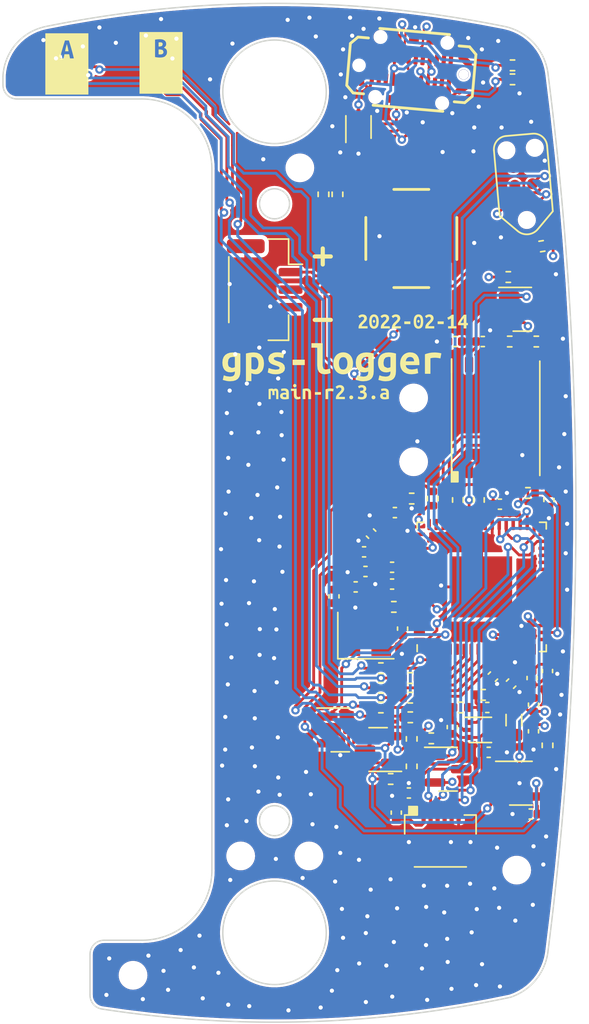
<source format=kicad_pcb>
(kicad_pcb (version 20211014) (generator pcbnew)
  (title_block (title "gps-logger-main") (date "2022-02-14") (rev "r2.3.a") (company "Greg Davill"))
  (layers (0 "F.Cu" signal) (1 "In1.Cu" signal) (2 "In2.Cu" signal) (31 "B.Cu" signal) (34 "B.Paste" user) (35 "F.Paste" user) (36 "B.SilkS" user "B.Silkscreen") (37 "F.SilkS" user "F.Silkscreen") (38 "B.Mask" user) (39 "F.Mask" user) (44 "Edge.Cuts" user))
  (net 0 "")
  (net 1 "GND")
  (net 2 "Net-(D1-Pad3)")
  (net 3 "Net-(D1-Pad4)")
  (net 4 "Net-(D1-Pad2)")
  (net 5 "Net-(D2-Pad3)")
  (net 6 "Net-(D2-Pad4)")
  (net 7 "Net-(D2-Pad2)")
  (net 8 "/MSP430/msp-usb-data+")
  (net 9 "/MSP430/msp-usb-data-")
  (net 10 "+3V3")
  (net 11 "/MSP430/pp-msp-vcore")
  (net 12 "/MSP430/pp-msp-1v8")
  (net 13 "pp-vbat")
  (net 14 "Net-(C14-Pad2)")
  (net 15 "Net-(F1-Pad1)")
  (net 16 "Net-(F2-Pad2)")
  (net 19 "Net-(J3-PadA5)")
  (net 20 "usb-d+")
  (net 21 "usb-d-")
  (net 27 "Net-(J3-PadB5)")
  (net 32 "Net-(L1-Pad1)")
  (net 33 "batt-sense-en")
  (net 34 "Net-(Q1-Pad3)")
  (net 35 "Net-(Q2-Pad3)")
  (net 36 "Net-(R7-Pad2)")
  (net 37 "batt-sense")
  (net 55 "Net-(C24-Pad1)")
  (net 59 "/MSP430/msp-usb-pu")
  (net 66 "od-chg-status")
  (net 70 "pp-vbus")
  (net 71 "Net-(C22-Pad2)")
  (net 72 "gnss-copi")
  (net 73 "gnss-cipo")
  (net 74 "gnss-pps")
  (net 75 "/MSP430/sbw-rst")
  (net 76 "/MSP430/sbw-test")
  (net 77 "gnss-vcc-en")
  (net 78 "sdmmc-vcc-en")
  (net 79 "button-pwr")
  (net 80 "led-b-r")
  (net 81 "led-b-g")
  (net 82 "led-b-b")
  (net 83 "led-a-r")
  (net 84 "led-a-g")
  (net 85 "led-a-b")
  (net 86 "sdmmc-cs")
  (net 87 "Net-(R23-Pad2)")
  (net 88 "sdmmc-clk")
  (net 89 "Net-(R24-Pad2)")
  (net 90 "sdmmc-copi")
  (net 91 "Net-(R25-Pad2)")
  (net 92 "sdmmc-cipo")
  (net 93 "Net-(R26-Pad2)")
  (net 94 "Net-(C25-Pad1)")
  (net 98 "gnss-vbackup")
  (net 99 "Net-(C17-Pad2)")
  (net 100 "Net-(C18-Pad2)")
  (net 101 "Net-(C20-Pad1)")
  (footprint "gps-logger:EVQ_switch" (layer "F.Cu") (at 161.25 82.975 180)
    (fp_text reference "SW1" hide)
    (fp_text value "SW_Push" hide)
  )
  (footprint "gps-logger:gsd_logo_small" (layer "F.Cu") (at 146.375 70.6)
    (fp_text reference "G***" hide)
    (fp_text value "LOGO" hide)
  )
  (footprint "gps-logger:oshw_small" (layer "F.Cu") (at 149.675 67.55)
    (fp_text reference "G***" hide)
    (fp_text value "LOGO" hide)
  )
  (footprint "gps-logger:0404LED_RGB" (layer "F.Cu") (at 136.7125 71.275)
    (fp_text reference "D1" hide)
    (fp_text value "LED_ABGR" hide)
  )
  (footprint "gps-logger:0404LED_RGB" (layer "F.Cu") (at 143.375 71.275)
    (fp_text reference "D2" hide)
    (fp_text value "LED_ABGR" hide)
  )
  (footprint "gps-logger:M1.6_Mounting Hole" (layer "F.Cu") (at 153.2875 77.9375)
    (fp_text reference "REF**" hide)
    (fp_text value "M1.6_Mounting Hole" hide)
  )
  (footprint "gps-logger:M1.6_Mounting Hole" (layer "F.Cu") (at 149.062501 127.0125)
    (fp_text reference "REF**" hide)
    (fp_text value "M1.6_Mounting Hole" hide)
  )
  (footprint "gps-logger:M1.6_Mounting Hole" (layer "F.Cu") (at 153.9375 127.0125)
    (fp_text reference "REF**" hide)
    (fp_text value "M1.6_Mounting Hole" hide)
  )
  (footprint "gps-logger:M1.6_Mounting Hole" (layer "F.Cu") (at 161.4125 98.899999)
    (fp_text reference "REF**" hide)
    (fp_text value "M1.6_Mounting Hole" hide)
  )
  (footprint "gps-logger:M1.6_Mounting Hole" (layer "F.Cu") (at 161.4125 94.35)
    (fp_text reference "REF**" hide)
    (fp_text value "M1.6_Mounting Hole" hide)
  )
  (footprint "gps-logger:usbc_vert_10132328" (layer "F.Cu") (at 161.25 70.95 -5)
    (fp_text reference "J3" hide)
    (fp_text value "USB_C_Receptacle" hide)
  )
  (footprint "Capacitor_SMD:C_0402_1005Metric" (layer "F.Cu") (at 167.575 101.925)
    (fp_text reference "C3" hide)
    (fp_text value "0.1uF" hide)
  )
  (footprint "Capacitor_SMD:C_0402_1005Metric" (layer "F.Cu") (at 164.375 90.325 180)
    (fp_text reference "C23" hide)
    (fp_text value "4.7uF" hide)
  )
  (footprint "Capacitor_SMD:C_0402_1005Metric" (layer "F.Cu") (at 169.975 116.225 90)
    (fp_text reference "C15" hide)
    (fp_text value "4.7uF" hide)
  )
  (footprint "Resistor_SMD:R_0402_1005Metric" (layer "F.Cu") (at 159.775 121.525 180)
    (fp_text reference "R11" hide)
    (fp_text value "47k" hide)
  )
  (footprint "Resistor_SMD:R_0402_1005Metric" (layer "F.Cu") (at 161.175 115.725 180)
    (fp_text reference "R16" hide)
    (fp_text value "220R" hide)
  )
  (footprint "Package_TO_SOT_SMD:SOT-23-5" (layer "F.Cu") (at 169.075 121.825)
    (fp_text reference "U3" hide)
    (fp_text value "MCP73832" hide)
  )
  (footprint "Resistor_SMD:R_0402_1005Metric" (layer "F.Cu") (at 164.775 116.425)
    (fp_text reference "R10" hide)
    (fp_text value "47k" hide)
  )
  (footprint "Capacitor_SMD:C_0402_1005Metric" (layer "F.Cu") (at 160.175 123.925 90)
    (fp_text reference "C19" hide)
    (fp_text value "4.7uF" hide)
  )
  (footprint "Resistor_SMD:R_0402_1005Metric" (layer "F.Cu") (at 160 109.25)
    (fp_text reference "R8" hide)
    (fp_text value "1M" hide)
  )
  (footprint "Capacitor_SMD:C_0402_1005Metric" (layer "F.Cu") (at 159.875 107.625)
    (fp_text reference "C8" hide)
    (fp_text value "0.1uF" hide)
  )
  (footprint "Capacitor_SMD:C_0402_1005Metric" (layer "F.Cu") (at 166.775 119.625)
    (fp_text reference "C12" hide)
    (fp_text value "100nF" hide)
  )
  (footprint "Resistor_SMD:R_0402_1005Metric" (layer "F.Cu") (at 159.074999 115.025 180)
    (fp_text reference "R21" hide)
    (fp_text value "220R" hide)
  )
  (footprint "kibuzzard-6209DC92" (layer "F.Cu") (at 143.375 70.45)
    (fp_text reference "kibuzzard-6209DC92" hide)
    (fp_text value "G***" hide)
  )
  (footprint "Capacitor_SMD:C_0402_1005Metric" (layer "F.Cu") (at 169.775 124.025 180)
    (fp_text reference "C11" hide)
    (fp_text value "4.7uF" hide)
  )
  (footprint "Capacitor_SMD:C_0402_1005Metric" (layer "F.Cu") (at 167.075 114.225 -135)
    (fp_text reference "C4" hide)
    (fp_text value "0.1uF" hide)
  )
  (footprint "Capacitor_SMD:C_0402_1005Metric" (layer "F.Cu") (at 157.275 107.825 180)
    (fp_text reference "C9" hide)
    (fp_text value "4.7uF" hide)
  )
  (footprint "kibuzzard-6209DBB7" (layer "F.Cu") (at 155.35 93.9)
    (fp_text reference "kibuzzard-6209DBB7" hide)
    (fp_text value "G***" hide)
  )
  (footprint "Resistor_SMD:R_0402_1005Metric" (layer "F.Cu") (at 159.075 116.425 180)
    (fp_text reference "R17" hide)
    (fp_text value "220R" hide)
  )
  (footprint "gps-logger:LGA-8_8x6_Pitch1.27mm" (layer "F.Cu") (at 167.275 95.725 90)
    (fp_text reference "U5" hide)
    (fp_text value "XTSDxxG" hide)
  )
  (footprint "Inductor_SMD:L_0805_2012Metric" (layer "F.Cu") (at 168.575 117.325 90)
    (fp_text reference "L1" hide)
    (fp_text value "2.2uH" hide)
  )
  (footprint "Resistor_SMD:R_0402_1005Metric" (layer "F.Cu") (at 161.175 114.325 180)
    (fp_text reference "R20" hide)
    (fp_text value "220R" hide)
  )
  (footprint "Package_TO_SOT_SMD:SOT-23" (layer "F.Cu") (at 158.875 119.425 180)
    (fp_text reference "Q2" hide)
    (fp_text value "AP3401" hide)
  )
  (footprint "Capacitor_SMD:C_0402_1005Metric" (layer "F.Cu") (at 169.974999 118.125 -90)
    (fp_text reference "C16" hide)
    (fp_text value "4.7uF" hide)
  )
  (footprint "Capacitor_SMD:C_0402_1005Metric" (layer "F.Cu") (at 164.175001 117.825 90)
    (fp_text reference "C13" hide)
    (fp_text value "4.7uF" hide)
  )
  (footprint "kibuzzard-616D4B20" (layer "F.Cu") (at 155.575 91.8)
    (fp_text reference "kibuzzard-616D4B20" hide)
    (fp_text value "G***" hide)
  )
  (footprint "Package_TO_SOT_SMD:SOT-666" (layer "F.Cu") (at 166.175 118.025)
    (fp_text reference "U4" hide)
    (fp_text value "TLV62569DRL" hide)
  )
  (footprint "Resistor_SMD:R_0402_1005Metric" (layer "F.Cu") (at 159.075 113.625 180)
    (fp_text reference "R19" hide)
    (fp_text value "220R" hide)
  )
  (footprint "gps-logger:M1.6_Mounting Hole" (layer "F.Cu") (at 168.775 128.025)
    (fp_text reference "REF**" hide)
    (fp_text value "M1.6_Mounting Hole" hide)
  )
  (footprint "Resistor_SMD:R_0402_1005Metric" (layer "F.Cu") (at 161.275 101.524999)
    (fp_text reference "R3" hide)
    (fp_text value "470k" hide)
  )
  (footprint "Resistor_SMD:R_0402_1005Metric" (layer "F.Cu") (at 168.475 70.625)
    (fp_text reference "R5" hide)
    (fp_text value "5.1k" hide)
  )
  (footprint "Capacitor_SMD:C_0402_1005Metric" (layer "F.Cu") (at 161.075 122.525)
    (fp_text reference "C18" hide)
    (fp_text value "0.1uF" hide)
  )
  (footprint "Capacitor_SMD:C_0402_1005Metric" (layer "F.Cu") (at 158.375 104.025 135)
    (fp_text reference "C2" hide)
    (fp_text value "10pF" hide)
  )
  (footprint "Fuse:Fuse_0402_1005Metric" (layer "F.Cu") (at 155.075 86.125 90)
    (fp_text reference "F2" hide)
    (fp_text value "0.5A" hide)
  )
  (footprint "Package_DFN_QFN:QFN-64-1EP_9x9mm_P0.5mm_EP4.35x4.35mm" (layer "F.Cu") (at 166.275 107.825 90)
    (fp_text reference "U1" hide)
    (fp_text value "MSP430F5514" hide)
  )
  (footprint "Package_TO_SOT_SMD:SOT-666" (layer "F.Cu") (at 157.475 75.025 90)
    (fp_text reference "U2" hide)
    (fp_text value "UAT56A05L05" hide)
  )
  (footprint "Resistor_SMD:R_0402_1005Metric" (layer "F.Cu") (at 170.975 119.125 -90)
    (fp_text reference "R7" hide)
    (fp_text value "10k" hide)
  )
  (footprint "Resistor_SMD:R_0402_1005Metric" (layer "F.Cu") (at 170.575 83.525001 9)
    (fp_text reference "R22" hide)
    (fp_text value "47k" hide)
  )
  (footprint "Resistor_SMD:R_0402_1005Metric" (layer "F.Cu") (at 162.775 101.525 -90)
    (fp_text reference "R4" hide)
    (fp_text value "1.4k" hide)
  )
  (footprint "Package_TO_SOT_SMD:SOT-23" (layer "F.Cu") (at 156.175 118.025)
    (fp_text reference "Q1" hide)
    (fp_text value "AP3400" hide)
  )
  (footprint "Resistor_SMD:R_0402_1005Metric" (layer "F.Cu") (at 168.475 71.625)
    (fp_text reference "R6" hide)
    (fp_text value "5.1k" hide)
  )
  (footprint "Capacitor_SMD:C_0402_1005Metric" (layer "F.Cu") (at 171.075 101.625 90)
    (fp_text reference "C17" hide)
    (fp_text value "0.1uF" hide)
  )
  (footprint "Resistor_SMD:R_0402_1005Metric" (layer "F.Cu") (at 170.175 90.325 180)
    (fp_text reference "R25" hide)
    (fp_text value "22R" hide)
  )
  (footprint "Resistor_SMD:R_0402_1005Metric" (layer "F.Cu") (at 161.275 120.625 90)
    (fp_text reference "R13" hide)
    (fp_text value "100k" hide)
  )
  (footprint "Package_TO_SOT_SMD:SOT-23" (layer "F.Cu") (at 163.875 120.825)
    (fp_text reference "Q3" hide)
    (fp_text value "AP3401" hide)
  )
  (footprint "Resistor_SMD:R_0402_1005Metric" (layer "F.Cu") (at 155.975 79.825 -90)
    (fp_text reference "R1" hide)
    (fp_text value "22R" hide)
  )
  (footprint "Capacitor_SMD:C_0402_1005Metric" (layer "F.Cu") (at 160.625 110.8 -90)
    (fp_text reference "C25" hide)
    (fp_text value "18pF" hide)
  )
  (footprint "Capacitor_SMD:C_0402_1005Metric" (layer "F.Cu") (at 157.975 106.725 180)
    (fp_text reference "C20" hide)
    (fp_text value "4.7uF" hide)
  )
  (footprint "Capacitor_SMD:C_0402_1005Metric" (layer "F.Cu") (at 155.725 108.5 90)
    (fp_text reference "C24" hide)
    (fp_text value "18pF" hide)
  )
  (footprint "Capacitor_SMD:C_0402_1005Metric" (layer "F.Cu") (at 159.875 106.425)
    (fp_text reference "C21" hide)
    (fp_text value "0.1uF" hide)
  )
  (footprint "kibuzzard-6209DC67" (layer "F.Cu") (at 136.65 70.525)
    (fp_text reference "kibuzzard-6209DC67" hide)
    (fp_text value "G***" hide)
  )
  (footprint "gps-logger:TC2030-NL_SMALL" (layer "F.Cu") (at 169.275 79.125 95)
    (fp_text reference "J2" hide)
    (fp_text value "tag-connect" hide)
  )
  (footprint "Capacitor_SMD:C_0402_1005Metric" (layer "F.Cu") (at 166.675 116.424999 180)
    (fp_text reference "C14" hide)
    (fp_text value "6.8pF" hide)
  )
  (footprint "Capacitor_SMD:C_0402_1005Metric" (layer "F.Cu") (at 166.355 90.325 180)
    (fp_text reference "C22" hide)
    (fp_text value "0.1uF" hide)
  )
  (footprint "kibuzzard-6209DBEB" (layer "F.Cu") (at 161.375 88.9)
    (fp_text reference "kibuzzard-6209DBEB" hide)
    (fp_text value "G***" hide)
  )
  (footprint "Resistor_SMD:R_0402_1005Metric" (layer "F.Cu") (at 154.975 79.825 -90)
    (fp_text reference "R2" hide)
    (fp_text value "22R" hide)
  )
  (footprint "Capacitor_SMD:C_0402_1005Metric" (layer "F.Cu") (at 168.375 114.725 -135)
    (fp_text reference "C5" hide)
    (fp_text value "0.1uF" hide)
  )
  (footprint "Capacitor_SMD:C_0402_1005Metric" (layer "F.Cu") (at 160.075 102.525)
    (fp_text reference "C1" hide)
    (fp_text value "10pF" hide)
  )
  (footprint "Package_TO_SOT_SMD:SOT-23" (layer "F.Cu") (at 169.175 88.025)
    (fp_text reference "Q4" hide)
    (fp_text value "AP3401" hide)
  )
  (footprint "Resistor_SMD:R_0402_1005Metric" (layer "F.Cu") (at 169.575 101.125)
    (fp_text reference "R14" hide)
    (fp_text value "22R" hide)
  )
  (footprint "Resistor_SMD:R_0402_1005Metric" (layer "F.Cu") (at 166.075 101.625 90)
    (fp_text reference "R24" hide)
    (fp_text value "22R" hide)
  )
  (footprint "Resistor_SMD:R_0402_1005Metric" (layer "F.Cu") (at 168.275 90.325)
    (fp_text reference "R26" hide)
    (fp_text value "22R" hide)
  )
  (footprint "Resistor_SMD:R_0402_1005Metric" (layer "F.Cu") (at 166.375 115.525)
    (fp_text reference "R9" hide)
    (fp_text value "210K" hide)
  )
  (footprint "Resistor_SMD:R_0402_1005Metric" (layer "F.Cu") (at 161.275 118.665 90)
    (fp_text reference "R12" hide)
    (fp_text value "100k" hide)
  )
  (footprint "Crystal:Crystal_SMD_Abracon_ABM8G-4Pin_3.2x2.5mm" (layer "F.Cu") (at 158 111.3)
    (fp_text reference "Y1" hide)
    (fp_text value "8MHz" hide)
  )
  (footprint "Resistor_SMD:R_0402_1005Metric" (layer "F.Cu") (at 164.575 101.625 90)
    (fp_text reference "R23" hide)
    (fp_text value "22R" hide)
  )
  (footprint "Resistor_SMD:R_0402_1005Metric" (layer "F.Cu") (at 162.675 118.625 180)
    (fp_text reference "R15" hide)
    (fp_text value "47k" hide)
  )
  (footprint "Capacitor_SMD:C_0402_1005Metric" (layer "F.Cu") (at 157.875 105.325 180)
    (fp_text reference "C10" hide)
    (fp_text value "100nF" hide)
  )
  (footprint "Resistor_SMD:R_0402_1005Metric" (layer "F.Cu") (at 168.175 85.725 180)
    (fp_text reference "R27" hide)
    (fp_text value "47k" hide)
  )
  (footprint "Capacitor_SMD:C_0402_1005Metric" (layer "F.Cu") (at 170.974999 113.825 90)
    (fp_text reference "C6" hide)
    (fp_text value "0.1uF" hide)
  )
  (footprint "Resistor_SMD:R_0402_1005Metric" (layer "F.Cu") (at 161.175 117.125 180)
    (fp_text reference "R18" hide)
    (fp_text value "220R" hide)
  )
  (footprint "Fuse:Fuse_0402_1005Metric" (layer "F.Cu") (at 161.975 75.625)
    (fp_text reference "F1" hide)
    (fp_text value "0.5A" hide)
  )
  (footprint "gps-logger:Hirose_FH34SRJ-16S-0.5SH_1x16-1MP_P0.50mm_Horizontal" (layer "F.Cu") (at 163.375 125.525)
    (fp_text reference "J1" hide)
    (fp_text value "gnss-conn" hide)
  )
  (footprint "Capacitor_SMD:C_0402_1005Metric" (layer "F.Cu") (at 169.875 114.325 -90)
    (fp_text reference "C7" hide)
    (fp_text value "4.7uF" hide)
  )
  (footprint "gps-logger:M1.6_Mounting Hole" (layer "F.Cu") (at 141.375 135.525)
    (fp_text reference "REF**" hide)
    (fp_text value "M1.6_Mounting Hole" hide)
  )
  (footprint "Connector_JST:JST_GH_SM03B-GHS-TB_1x03-1MP_P1.25mm_Horizontal" (layer "F.Cu") (at 150.775 86.625 -90)
    (fp_text reference "J4" hide)
    (fp_text value "Conn_01x03_MountingPin" hide)
  )
  (footprint "gps-logger:Fiducial_1mm_Dia_2.54mm_Outer_CopperBottom" (layer "B.Cu") (at 146.55 68.125)
    (fp_text reference "REF**" hide)
    (fp_text value "Fiducial_1mm_Dia_2.54mm_Outer_CopperBottom" hide)
  )
  (footprint "gps-logger:Fiducial_1mm_Dia_2.54mm_Outer_CopperBottom" (layer "B.Cu") (at 168.5625 134.1625)
    (fp_text reference "REF**" hide)
    (fp_text value "Fiducial_1mm_Dia_2.54mm_Outer_CopperBottom" hide)
  )
  (gr_circle (center 151.480119 72.513078) (end 147.786348 72.513078) (layer "Edge.Cuts") (width 0.1) (fill none))
  (gr_circle (center 151.480119 80.5) (end 150.408302 80.5) (layer "Edge.Cuts") (width 0.1) (fill none))
  (gr_circle (center 151.480119 132.493771) (end 147.786348 132.493771) (layer "Edge.Cuts") (width 0.1) (fill none))
  (gr_circle (center 151.480119 124.5) (end 150.408302 124.5) (layer "Edge.Cuts") (width 0.1) (fill none))
  (gr_arc (start 167.91738 67.853856) (mid 169.988802 69.027331) (end 171.00648 71.179577) (layer "Edge.Cuts") (width 0.1))
  (gr_arc (start 170.99458 133.937766) (mid 170.104035 135.897351) (end 168.31633 137.096166) (layer "Edge.Cuts") (width 0.1))
  (gr_arc (start 135.15395 67.853726) (mid 151.535672 66.206774) (end 167.91738 67.853856) (layer "Edge.Cuts") (width 0.1))
  (gr_arc (start 139.153743 137.932633) (mid 138.545521 137.595845) (end 138.30384 136.943962) (layer "Edge.Cuts") (width 0.1))
  (gr_arc (start 138.30384 134.025566) (mid 138.596733 133.318459) (end 139.30384 133.025566) (layer "Edge.Cuts") (width 0.1))
  (gr_arc (start 147.00648 128.025566) (mid 145.542014 131.5611) (end 142.00648 133.025566) (layer "Edge.Cuts") (width 0.1))
  (gr_arc (start 168.31633 137.096166) (mid 153.773004 138.838088) (end 139.153743 137.932633) (layer "Edge.Cuts") (width 0.1))
  (gr_line (start 138.30384 134.025566) (end 138.30384 136.943962) (layer "Edge.Cuts") (width 0.1))
  (gr_line (start 147.00648 78.025566) (end 147.00648 128.025566) (layer "Edge.Cuts") (width 0.1))
  (gr_line (start 142.00648 133.025566) (end 139.30384 133.025566) (layer "Edge.Cuts") (width 0.1))
  (gr_arc (start 171.00648 71.179577) (mid 173.006367 102.559052) (end 170.99458 133.937766) (layer "Edge.Cuts") (width 0.1))
  (gr_arc (start 142.00648 73.025566) (mid 145.542014 74.490032) (end 147.00648 78.025566) (layer "Edge.Cuts") (width 0.1))
  (gr_line (start 133.085674 73.025566) (end 142.006479 73.025566) (layer "Edge.Cuts") (width 0.1))
  (gr_arc (start 132.084671 71.402183) (mid 133.012199 69.102826) (end 135.15395 67.853726) (layer "Edge.Cuts") (width 0.1))
  (gr_arc (start 133.085674 73.025566) (mid 132.379135 72.73324) (end 132.085675 72.027172) (layer "Edge.Cuts") (width 0.1))
  (gr_line (start 132.084671 71.402184) (end 132.085675 72.027172) (layer "Edge.Cuts") (width 0.1))
  (gr_text "+" (at 154.925 84.15) (layer "F.SilkS") (effects (font (size 1.5 1.5) (thickness 0.3))))
  (gr_text "-" (at 154.925 88.675) (layer "F.SilkS") (effects (font (size 1.5 1.5) (thickness 0.3))))
  (segment (start 160.175 123.445) (end 160.175 122.945) (width 0.2) (layer "F.Cu") (net 1))
  (segment (start 151.225 87.875) (end 151.175 87.825) (width 0.2) (layer "F.Cu") (net 1))
  (segment (start 168.975 115.325) (end 169.555 115.325) (width 0.2) (layer "F.Cu") (net 1))
  (segment (start 159.867185 72.987232) (end 159.7875 73.7125) (width 0.2) (layer "F.Cu") (net 1))
  (segment (start 152.625 87.875) (end 151.225 87.875) (width 0.2) (layer "F.Cu") (net 1))
  (segment (start 164.175 117.345) (end 164.175 116.515) (width 0.2) (layer "F.Cu") (net 1))
  (segment (start 151.175 87.825) (end 149.475 87.825) (width 0.2) (layer "F.Cu") (net 1))
  (segment (start 169.796896 77.804489) (end 170.395511 77.804489) (width 0.2) (layer "F.Cu") (net 1))
  (segment (start 164.923479 72.275208) (end 165.8 71.6) (width 0.2) (layer "F.Cu") (net 1))
  (segment (start 161.275 121.135) (end 161.275 121.611415) (width 0.2) (layer "F.Cu") (net 1))
  (segment (start 167.025 102.840006) (end 167.207503 102.657503) (width 0.2) (layer "F.Cu") (net 1))
  (segment (start 164.175 69.812499) (end 164.5 69.4875) (width 0.2) (layer "F.Cu") (net 1))
  (segment (start 160.625 111.525) (end 160 112.15) (width 0.2) (layer "F.Cu") (net 1))
  (segment (start 158.216666 72.25) (end 158 72.575) (width 0.2) (layer "F.Cu") (net 1))
  (segment (start 171.075 102.105) (end 171.075 102.925) (width 0.2) (layer "F.Cu") (net 1))
  (segment (start 166.275 105.025) (end 166.275 107.825) (width 0.2) (layer "F.Cu") (net 1))
  (segment (start 164.575 125.125) (end 164.075 125.625) (width 0.2) (layer "F.Cu") (net 1))
  (segment (start 157.395 105.325) (end 157.395 104.605) (width 0.2) (layer "F.Cu") (net 1))
  (segment (start 167.207503 102.657503) (end 167.642497 102.657503) (width 0.2) (layer "F.Cu") (net 1))
  (segment (start 160.125 112.15) (end 159.1 112.15) (width 0.2) (layer "F.Cu") (net 1))
  (segment (start 160.175 122.945) (end 160.095 122.945) (width 0.2) (layer "F.Cu") (net 1))
  (segment (start 168.055 102.025) (end 168.055 101.145) (width 0.2) (layer "F.Cu") (net 1))
  (segment (start 165.625 127.12) (end 165.625 126.175) (width 0.2) (layer "F.Cu") (net 1))
  (segment (start 162.225 73.875) (end 162.225 74.525) (width 0.2) (layer "F.Cu") (net 1))
  (segment (start 170.975 118.615) (end 169.985 118.615) (width 0.2) (layer "F.Cu") (net 1))
  (segment (start 165.8 70.95) (end 165.097791 70.282818) (width 0.2) (layer "F.Cu") (net 1))
  (segment (start 165.8 71.6) (end 165.8 70.95) (width 0.2) (layer "F.Cu") (net 1))
  (segment (start 168.055 102.245) (end 168.055 102.025) (width 0.2) (layer "F.Cu") (net 1))
  (segment (start 161.275 102.225) (end 161.475 102.225) (width 0.2) (layer "F.Cu") (net 1))
  (segment (start 169.025 112.274999) (end 169.025 112.827178) (width 0.2) (layer "F.Cu") (net 1))
  (segment (start 164.175 117.345) (end 163.395 117.345) (width 0.2) (layer "F.Cu") (net 1))
  (segment (start 160 112.15) (end 159.1 112.15) (width 0.2) (layer "F.Cu") (net 1))
  (segment (start 168.985 72.615) (end 168.975 72.624999) (width 0.2) (layer "F.Cu") (net 1))
  (segment (start 168.651089 113.201089) (end 168.651089 113.483905) (width 0.2) (layer "F.Cu") (net 1))
  (segment (start 160.625 111.28) (end 160.625 111.525) (width 0.2) (layer "F.Cu") (net 1))
  (segment (start 169.18 99.475) (end 169.18 98.43) (width 0.2) (layer "F.Cu") (net 1))
  (segment (start 169.112229 110.606109) (end 169.356109 110.606109) (width 0.2) (layer "F.Cu") (net 1))
  (segment (start 167.025 104.275) (end 166.275 105.025) (width 0.2) (layer "F.Cu") (net 1))
  (segment (start 161.825001 104.075) (end 161.225 104.075) (width 0.2) (layer "F.Cu") (net 1))
  (segment (start 164.061439 70.367818) (end 164.175 69.812499) (width 0.2) (layer "F.Cu") (net 1))
  (segment (start 161.125 127.12) (end 161.125 126.075) (width 0.2) (layer "F.Cu") (net 1))
  (segment (start 171.395 114.305) (end 171.675 114.025) (width 0.2) (layer "F.Cu") (net 1))
  (segment (start 163.225 107.575) (end 163.375 107.725) (width 0.2) (layer "F.Cu") (net 1))
  (segment (start 149.425 89.725) (end 149.425 87.775) (width 0.2) (layer "F.Cu") (net 1))
  (segment (start 156.795 106.87) (end 156.795 107.825) (width 0.2) (layer "F.Cu") (net 1))
  (segment (start 162.7125 68.35) (end 162.875 68.025) (width 0.2) (layer "F.Cu") (net 1))
  (segment (start 161.275 121.611415) (end 161.070043 121.816372) (width 0.2) (layer "F.Cu") (net 1))
  (segment (start 168.651089 113.483905) (end 168.035589 114.099405) (width 0.2) (layer "F.Cu") (net 1))
  (segment (start 169.875 114.805) (end 170.295 114.805) (width 0.2) (layer "F.Cu") (net 1))
  (segment (start 164.625 124.125) (end 164.625 125.075) (width 0.2) (layer "F.Cu") (net 1))
  (segment (start 164.295 117.345) (end 164.175 117.345) (width 0.2) (layer "F.Cu") (net 1))
  (segment (start 166.914236 114.743058) (end 166.735589 114.564411) (width 0.2) (layer "F.Cu") (net 1))
  (segment (start 170.975 114.305) (end 171.395 114.305) (width 0.2) (layer "F.Cu") (net 1))
  (segment (start 168.985 71.625) (end 168.985 72.615) (width 0.2) (layer "F.Cu") (net 1))
  (segment (start 163.475 107.825) (end 163.375 107.725) (width 0.2) (layer "F.Cu") (net 1))
  (segment (start 158.325 72.087501) (end 158.216666 72.25) (width 0.2) (layer "F.Cu") (net 1))
  (segment (start 162.225 74.525) (end 162.0625 74.6875) (width 0.2) (layer "F.Cu") (net 1))
  (segment (start 161.062615 73.091819) (end 160.989223 73.930683) (width 0.2) (layer "F.Cu") (net 1))
  (segment (start 159 86.375) (end 159 82.8375) (width 0.2) (layer "F.Cu") (net 1))
  (segment (start 165.25 118.025) (end 164.975 118.025) (width 0.2) (layer "F.Cu") (net 1))
  (segment (start 159 82.8375) (end 158.975 82.8125) (width 0.2) (layer "F.Cu") (net 1))
  (segment (start 160.095 122.945) (end 159.875 122.725) (width 0.2) (layer "F.Cu") (net 1))
  (segment (start 169.356109 110.606109) (end 170.025 111.275) (width 0.2) (layer "F.Cu") (net 1))
  (segment (start 155.725 107.475) (end 156.425 106.775) (width 0.2) (layer "F.Cu") (net 1))
  (segment (start 164.923479 72.275208) (end 164.0125 72.9) (width 0.2) (layer "F.Cu") (net 1))
  (segment (start 156.7 70.95) (end 156.699999 70.3) (width 0.2) (layer "F.Cu") (net 1))
  (segment (start 160.975 102.525) (end 160.555 102.525) (width 0.2) (layer "F.Cu") (net 1))
  (segment (start 170.395511 77.804489) (end 170.775 77.425) (width 0.2) (layer "F.Cu") (net 1))
  (segment (start 169.025 112.827178) (end 168.651089 113.201089) (width 0.2) (layer "F.Cu") (net 1))
  (segment (start 161.785 101.915) (end 161.785 101.525) (width 0.2) (layer "F.Cu") (net 1))
  (segment (start 161.825 107.575) (end 163.225 107.575) (width 0.2) (layer "F.Cu") (net 1))
  (segment (start 156.7 106.775) (end 156.795 106.87) (width 0.2) (layer "F.Cu") (net 1))
  (segment (start 156.7 106.775) (end 156.75 106.725) (width 0.2) (layer "F.Cu") (net 1))
  (segment (start 161.521098 67.909557) (end 161.515601 67.91417) (width 0.2) (layer "F.Cu") (net 1))
  (segment (start 157.402209 71.617182) (end 156.7 70.95) (width 0.2) (layer "F.Cu") (net 1))
  (segment (start 155.725 108.02) (end 155.725 107.475) (width 0.2) (layer "F.Cu") (net 1))
  (segment (start 167.025 103.375) (end 167.025 102.840006) (width 0.2) (layer "F.Cu") (net 1))
  (segment (start 164.975 118.025) (end 164.295 117.345) (width 0.2) (layer "F.Cu") (net 1))
  (segment (start 162.632815 68.912768) (end 162.7125 68.35) (width 0.2) (layer "F.Cu") (net 1))
  (segment (start 165.625 126.175) (end 165.475 126.025) (width 0.2) (layer "F.Cu") (net 1))
  (segment (start 164.0125 72.9) (end 164.175 73.225) (width 0.2) (layer "F.Cu") (net 1))
  (segment (start 158.65 69.325) (end 158.4875 69) (width 0.2) (layer "F.Cu") (net 1))
  (segment (start 159 79.575) (end 159 82.7875) (width 0.2) (layer "F.Cu") (net 1))
  (segment (start 156.699999 70.3) (end 157.576521 69.624792) (width 0.2) (layer "F.Cu") (net 1))
  (segment (start 168.035589 114.099405) (end 168.035589 115.064411) (width 0.2) (layer "F.Cu") (net 1))
  (segment (start 161.125 126.075) (end 161.075 126.025) (width 0.2) (layer "F.Cu") (net 1))
  (segment (start 166.275 107.825) (end 163.475 107.825) (width 0.2) (layer "F.Cu") (net 1))
  (segment (start 156.025 118.975) (end 156.175 119.124999) (width 0.2) (layer "F.Cu") (net 1))
  (segment (start 161.275 102.225) (end 160.975 102.525) (width 0.2) (layer "F.Cu") (net 1))
  (segment (start 161.515601 67.91417) (end 161.437385 68.808181) (width 0.2) (layer "F.Cu") (net 1))
  (segment (start 170.025 111.275) (end 170.025 112.275) (width 0.2) (layer "F.Cu") (net 1))
  (segment (start 159.395 107.625) (end 159.395 106.425) (width 0.2) (layer "F.Cu") (net 1))
  (segment (start 162.258049 73.196403) (end 162.225 73.875) (width 0.2) (layer "F.Cu") (net 1))
  (segment (start 149.475 87.825) (end 149.425 87.775) (width 0.2) (layer "F.Cu") (net 1))
  (segment (start 158.035589 102.964411) (end 158.035589 103.685589) (width 0.2) (layer "F.Cu") (net 1))
  (segment (start 170.295 114.805) (end 170.795 114.305) (width 0.2) (layer "F.Cu") (net 1))
  (segment (start 164.075 125.625) (end 164.075 126.025) (width 0.2) (layer "F.Cu") (net 1))
  (segment (start 166.835 89.565) (end 166.875 89.525) (width 0.2) (layer "F.Cu") (net 1))
  (segment (start 167.255 119.625) (end 168.075 119.625) (width 0.2) (layer "F.Cu") (net 1))
  (segment (start 157.25 109.3) (end 156.9 109.65) (width 0.2) (layer "F.Cu") (net 1))
  (segment (start 168.055 101.145) (end 168.075 101.125) (width 0.2) (layer "F.Cu") (net 1))
  (segment (start 169.295 124.025) (end 168.475 124.025) (width 0.2) (layer "F.Cu") (net 1))
  (segment (start 166.835 90.325) (end 166.835 89.565) (width 0.2) (layer "F.Cu") (net 1))
  (segment (start 161.475 102.225) (end 161.785 101.915) (width 0.2) (layer "F.Cu") (net 1))
  (segment (start 168.985 71.625) (end 168.985 70.625) (width 0.2) (layer "F.Cu") (net 1))
  (segment (start 160.989223 73.930683) (end 160.92403 73.985387) (width 0.2) (layer "F.Cu") (net 1))
  (segment (start 156.175 119.124999) (end 156.175 119.425) (width 0.2) (layer "F.Cu") (net 1))
  (segment (start 156.175 119.425) (end 156.175 119.825) (width 0.2) (layer "F.Cu") (net 1))
  (segment (start 163.917632 72.011539) (end 164.0125 72.9) (width 0.2) (layer "F.Cu") (net 1))
  (segment (start 164.175 116.515) (end 164.265 116.425) (width 0.2) (layer "F.Cu") (net 1))
  (segment (start 169.985 118.615) (end 169.975 118.605) (width 0.2) (layer "F.Cu") (net 1))
  (segment (start 156.9 109.65) (end 156.899999 110.45) (width 0.2) (layer "F.Cu") (net 1))
  (segment (start 167.372707 114.743058) (end 166.914236 114.743058) (width 0.2) (layer "F.Cu") (net 1))
  (segment (start 160.241951 68.703597) (end 160.241951 68.281951) (width 0.2) (layer "F.Cu") (net 1))
  (segment (start 158.275 102.725) (end 158.035589 102.964411) (width 0.2) (layer "F.Cu") (net 1))
  (segment (start 163.917632 72.011539) (end 164.061439 70.367818) (width 0.2) (layer "F.Cu") (net 1))
  (segment (start 157.395 104.605) (end 157.475 104.525) (width 0.2) (layer "F.Cu") (net 1))
  (segment (start 155.2375 118.975) (end 156.025 118.975) (width 0.2) (layer "F.Cu") (net 1))
  (segment (start 157.402209 71.617182) (end 158.216666 72.25) (width 0.2) (layer "F.Cu") (net 1))
  (segment (start 158.438561 71.532182) (end 158.582369 69.888461) (width 0.2) (layer "F.Cu") (net 1))
  (segment (start 163.895 90.325) (end 163.075 90.325) (width 0.2) (layer "F.Cu") (net 1))
  (segment (start 160.575 112.6) (end 160.125 112.15) (width 0.2) (layer "F.Cu") (net 1))
  (segment (start 167.9375 121.825) (end 168.975 121.825) (width 0.2) (layer "F.Cu") (net 1))
  (segment (start 167.642497 102.657503) (end 168.055 102.245) (width 0.2) (layer "F.Cu") (net 1))
  (segment (start 156.75 106.725) (end 157.495 106.725) (width 0.2) (layer "F.Cu") (net 1))
  (segment (start 156.425 106.775) (end 156.7 106.775) (width 0.2) (layer "F.Cu") (net 1))
  (segment (start 164.625 125.075) (end 164.575 125.125) (width 0.2) (layer "F.Cu") (net 1))
  (segment (start 169.18 98.43) (end 169.175 98.425) (width 0.2) (layer "F.Cu") (net 1))
  (segment (start 160.175 122.945) (end 160.595 122.525) (width 0.2) (layer "F.Cu") (net 1))
  (segment (start 158.438561 71.532182) (end 158.325 72.087501) (width 0.2) (layer "F.Cu") (net 1))
  (segment (start 169.975 118.605) (end 169.975 119.425) (width 0.2) (layer "F.Cu") (net 1))
  (segment (start 160.241951 68.281951) (end 159.745 67.785) (width 0.2) (layer "F.Cu") (net 1))
  (segment (start 157.576521 69.624792) (end 158.4875 69) (width 0.2) (layer "F.Cu") (net 1))
  (segment (start 169.555 115.325) (end 169.975 115.745) (width 0.2) (layer "F.Cu") (net 1))
  (segment (start 157.475 75.95) (end 157.475 76.925) (width 0.2) (layer "F.Cu") (net 1))
  (segment (start 158.675 107.625) (end 159.395 107.625) (width 0.2) (layer "F.Cu") (net 1))
  (segment (start 170.795 114.305) (end 170.975 114.305) (width 0.2) (layer "F.Cu") (net 1))
  (segment (start 161.225 104.075) (end 160.975 103.825) (width 0.2) (layer "F.Cu") (net 1))
  (segment (start 149.425 87.775) (end 149.425 83.525) (width 0.2) (layer "F.Cu") (net 1))
  (segment (start 163.395 117.345) (end 163.375 117.325) (width 0.2) (layer "F.Cu") (net 1))
  (segment (start 165.097791 70.282818) (end 164.5 69.4875) (width 0.2) (layer "F.Cu") (net 1))
  (segment (start 158.582369 69.888461) (end 158.65 69.325) (width 0.2) (layer "F.Cu") (net 1))
  (segment (start 159 82.7875) (end 158.975 82.8125) (width 0.2) (layer "F.Cu") (net 1))
  (segment (start 167.025 103.375) (end 167.025 104.275) (width 0.2) (layer "F.Cu") (net 1))
  (via (at 151.499804 109.409591) (size 0.6) (drill 0.3) (layers "F.Cu" "B.Cu") (net 1))
  (via (at 165.3125 68.675) (size 0.6) (drill 0.3) (layers "F.Cu" "B.Cu") (net 1))
  (via (at 166.064428 73.577101) (size 0.6) (drill 0.3) (layers "F.Cu" "B.Cu") (net 1))
  (via (at 139.675 134.325) (size 0.6) (drill 0.3) (layers "F.Cu" "B.Cu") (net 1))
  (via (at 163.806971 129.140471) (size 0.6) (drill 0.3) (layers "F.Cu" "B.Cu") (net 1))
  (via (at 161.075 126.025) (size 0.6) (drill 0.3) (layers "F.Cu" "B.Cu") (net 1))
  (via (at 162.0625 74.6875) (size 0.6) (drill 0.3) (layers "F.Cu" "B.Cu") (net 1))
  (via (at 151.636139 114.631603) (size 0.6) (drill 0.3) (layers "F.Cu" "B.Cu") (net 1))
  (via (at 139.475 136.925) (size 0.6) (drill 0.3) (layers "F.Cu" "B.Cu") (net 1))
  (via (at 169.80619 74.650919) (size 0.6) (drill 0.3) (layers "F.Cu" "B.Cu") (net 1))
  (via (at 172.275 101.025) (size 0.6) (drill 0.3) (layers "F.Cu" "B.Cu") (net 1))
  (via (at 151.447438 112.903915) (size 0.6) (drill 0.3) (layers "F.Cu" "B.Cu") (net 1))
  (via (at 167.648867 82.896201) (size 0.6) (drill 0.3) (layers "F.Cu" "B.Cu") (net 1))
  (via (at 151.98959 97.003943) (size 0.6) (drill 0.3) (layers "F.Cu" "B.Cu") (net 1))
  (via (at 171.799939 99.299253) (size 0.6) (drill 0.3) (layers "F.Cu" "B.Cu") (net 1))
  (via (at 148.169338 122.97811) (size 0.6) (drill 0.3) (layers "F.Cu" "B.Cu") (net 1))
  (via (at 163.375 107.725) (size 0.6) (drill 0.3) (layers "F.Cu" "B.Cu") (net 1))
  (via (at 172.075 90.125) (size 0.6) (drill 0.3) (layers "F.Cu" "B.Cu") (net 1))
  (via (at 151.835353 104.948549) (size 0.6) (drill 0.3) (layers "F.Cu" "B.Cu") (net 1))
  (via (at 149.475 124.525) (size 0.6) (drill 0.3) (layers "F.Cu" "B.Cu") (net 1))
  (via (at 167.454002 68.886636) (size 0.6) (drill 0.3) (layers "F.Cu" "B.Cu") (net 1))
  (via (at 157.512262 127.290055) (size 0.6) (drill 0.3) (layers "F.Cu" "B.Cu") (net 1))
  (via (at 144.775 133.725) (size 0.6) (drill 0.3) (layers "F.Cu" "B.Cu") (net 1))
  (via (at 171.075 102.925) (size 0.6) (drill 0.3) (layers "F.Cu" "B.Cu") (net 1))
  (via (at 167.372707 114.743058) (size 0.6) (drill 0.3) (layers "F.Cu" "B.Cu") (net 1))
  (via (at 169.975 119.425) (size 0.6) (drill 0.3) (layers "F.Cu" "B.Cu") (net 1))
  (via (at 150.429704 110.83579) (size 0.6) (drill 0.3) (layers "F.Cu" "B.Cu") (net 1))
  (via (at 161.681065 97.442744) (size 0.6) (drill 0.3) (layers "F.Cu" "B.Cu") (net 1))
  (via (at 157.25 109.3) (size 0.6) (drill 0.3) (layers "F.Cu" "B.Cu") (net 1))
  (via (at 148.675 91.225) (size 0.6) (drill 0.3) (layers "F.Cu" "B.Cu") (net 1))
  (via (at 171.875 116.925) (size 0.6) (drill 0.3) (layers "F.Cu" "B.Cu") (net 1))
  (via (at 150.413842 112.675561) (size 0.6) (drill 0.3) (layers "F.Cu" "B.Cu") (net 1))
  (via (at 149.658538 108.981482) (size 0.6) (drill 0.3) (layers "F.Cu" "B.Cu") (net 1))
  (via (at 158.002724 137.434828) (size 0.6) (drill 0.3) (layers "F.Cu" "B.Cu") (net 1))
  (via (at 156.175 119.825) (size 0.6) (drill 0.3) (layers "F.Cu" "B.Cu") (net 1))
  (via (at 159.886608 137.047072) (size 0.6) (drill 0.3) (layers "F.Cu" "B.Cu") (net 1))
  (via (at 142.075 137.225) (size 0.6) (drill 0.3) (layers "F.Cu" "B.Cu") (net 1))
  (via (at 164.075 126.025) (size 0.6) (drill 0.3) (layers "F.Cu" "B.Cu") (net 1))
  (via (at 147.474023 135.347599) (size 0.6) (drill 0.3) (layers "F.Cu" "B.Cu") (net 1))
  (via (at 148.275 86.225) (size 0.6) (drill 0.3) (layers "F.Cu" "B.Cu") (net 1))
  (via (at 152.143877 91.079749) (size 0.6) (drill 0.3) (layers "F.Cu" "B.Cu") (net 1))
  (via (at 147.658675 105.133459) (size 0.6) (drill 0.3) (layers "F.Cu" "B.Cu") (net 1))
  (via (at 158.109815 131.316091) (size 0.6) (drill 0.3) (layers "F.Cu" "B.Cu") (net 1))
  (via (at 148.175 98.625) (size 0.6) (drill 0.3) (layers "F.Cu" "B.Cu") (net 1))
  (via (at 150.070486 117.196044) (size 0.6) (drill 0.3) (layers "F.Cu" "B.Cu") (net 1))
  (via (at 152.126327 98.746705) (size 0.6) (drill 0.3) (layers "F.Cu" "B.Cu") (net 1))
  (via (at 160.975 103.825) (size 0.6) (drill 0.3) (layers "F.Cu" "B.Cu") (net 1))
  (via (at 143.877892 136.561566) (size 0.6) (drill 0.3) (layers "F.Cu" "B.Cu") (net 1))
  (via (at 147.956953 119.426332) (size 0.6) (drill 0.3) (layers "F.Cu" "B.Cu") (net 1))
  (via (at 148.075 124.825) (size 0.6) (drill 0.3) (layers "F.Cu" "B.Cu") (net 1))
  (via (at 166.375 71.85) (size 0.6) (drill 0.3) (layers "F.Cu" "B.Cu") (net 1))
  (via (at 160.575 112.6) (size 0.6) (drill 0.3) (layers "F.Cu" "B.Cu") (net 1))
  (via (at 163.845518 134.575777) (size 0.6) (drill 0.3) (layers "F.Cu" "B.Cu") (net 1))
  (via (at 149.611946 99.120024) (size 0.6) (drill 0.3) (layers "F.Cu" "B.Cu") (net 1))
  (via (at 165.685651 76.757142) (size 0.6) (drill 0.3) (layers "F.Cu" "B.Cu") (net 1))
  (via (at 156.5375 72.9) (size 0.6) (drill 0.3) (layers "F.Cu" "B.Cu") (net 1))
  (via (at 156.7 106.775) (size 0.6) (drill 0.3) (layers "F.Cu" "B.Cu") (net 1))
  (via (at 156.373379 132.85189) (size 0.6) (drill 0.3) (layers "F.Cu" "B.Cu") (net 1))
  (via (at 146.121634 132.698066) (size 0.6) (drill 0.3) (layers "F.Cu" "B.Cu") (net 1))
  (via (at 166.2875 69.4875) (size 0.6) (drill 0.3) (layers "F.Cu" "B.Cu") (net 1))
  (via (at 147.964877 117.097334) (size 0.6) (drill 0.3) (layers "F.Cu" "B.Cu") (net 1))
  (via (at 150.051505 115.249851) (size 0.6) (drill 0.3) (layers "F.Cu" "B.Cu") (net 1))
  (via (at 172.175 96.925) (size 0.6) (drill 0.3) (layers "F.Cu" "B.Cu") (net 1))
  (via (at 172.275 94.225) (size 0.6) (drill 0.3) (layers "F.Cu" "B.Cu") (net 1))
  (via (at 150.010675 107.426237) (size 0.6) (drill 0.3) (layers "F.Cu" "B.Cu") (net 1))
  (via (at 169.175 98.425) (size 0.6) (drill 0.3) (layers "F.Cu" "B.Cu") (net 1))
  (via (at 151.671273 100.730371) (size 0.6) (drill 0.3) (layers "F.Cu" "B.Cu") (net 1))
  (via (at 143.552018 135.2084) (size 0.6) (drill 0.3) (layers "F.Cu" "B.Cu") (net 1))
  (via (at 166.875 89.525) (size 0.6) (drill 0.3) (layers "F.Cu" "B.Cu") (net 1))
  (via (at 161.275 102.225) (size 0.6) (drill 0.3) (layers "F.Cu" "B.Cu") (net 1))
  (via (at 148.075 95.425) (size 0.6) (drill 0.3) (layers "F.Cu" "B.Cu") (net 1))
  (via (at 148.317918 128.726294) (size 0.6) (drill 0.3) (layers "F.Cu" "B.Cu") (net 1))
  (via (at 170.675 127.625) (size 0.6) (drill 0.3) (layers "F.Cu" "B.Cu") (net 1))
  (via (at 151.739344 92.958018) (size 0.6) (drill 0.3) (layers "F.Cu" "B.Cu") (net 1))
  (via (at 169.926288 130.499986) (size 0.6) (drill 0.3) (layers "F.Cu" "B.Cu") (net 1))
  (via (at 158.975 82.8125) (size 0.6) (drill 0.3) (layers "F.Cu" "B.Cu") (net 1))
  (via (at 150.076771 120.615912) (size 0.6) (drill 0.3) (layers "F.Cu" "B.Cu") (net 1))
  (via (at 147.737239 120.569706) (size 0.6) (drill 0.3) (layers "F.Cu" "B.Cu") (net 1))
  (via (at 164.117155 136.491703) (size 0.6) (drill 0.3) (layers "F.Cu" "B.Cu") (net 1))
  (via (at 148.06217 110.498971) (size 0.6) (drill 0.3) (layers "F.Cu" "B.Cu") (net 1))
  (via (at 144.475 68.725) (size 0.6) (drill 0.3) (layers "F.Cu" "B.Cu") (net 1))
  (via (at 158.8125 73.875) (size 0.6) (drill 0.3) (layers "F.Cu" "B.Cu") (net 1))
  (via (at 172.075 112.425) (size 0.6) (drill 0.3) (layers "F.Cu" "B.Cu") (net 1))
  (via (at 163.075 90.325) (size 0.6) (drill 0.3) (layers "F.Cu" "B.Cu") (net 1))
  (via (at 168.975 121.825) (size 0.6) (drill 0.3) (layers "F.Cu" "B.Cu") (net 1))
  (via (at 162.298408 133.369488) (size 0.6) (drill 0.3) (layers "F.Cu" "B.Cu") (net 1))
  (via (at 163.375 117.325) (size 0.6) (drill 0.3) (layers "F.Cu" "B.Cu") (net 1))
  (via (at 168.475 124.025) (size 0.6) (drill 0.3) (layers "F.Cu" "B.Cu") (net 1))
  (via (at 154.775 137.825) (size 0.6) (drill 0.3) (layers "F.Cu" "B.Cu") (net 1))
  (via (at 168.975 72.624999) (size 0.6) (drill 0.3) (layers "F.Cu" "B.Cu") (net 1))
  (via (at 170.775 77.425) (size 0.6) (drill 0.3) (layers "F.Cu" "B.Cu") (net 1))
  (via (at 161.070043 121.816372) (size 0.6) (drill 0.3) (layers "F.Cu" "B.Cu") (net 1))
  (via (at 158.965 67.285) (size 0.6) (drill 0.3) (layers "F.Cu" "B.Cu") (net 1))
  (via (at 167.175 129.325) (size 0.6) (drill 0.3) (layers "F.Cu" "B.Cu") (net 1))
  (via (at 138.975 67.925) (size 0.6) (drill 0.3) (layers "F.Cu" "B.Cu") (net 1))
  (via (at 157.52558 134.683115) (size 0.6) (drill 0.3) (layers "F.Cu" "B.Cu") (net 1))
  (via (at 151.575 127.225) (size 0.6) (drill 0.3) (layers "F.Cu" "B.Cu") (net 1))
  (via (at 158.347821 129.418673) (size 0.6) (drill 0.3) (layers "F.Cu" "B.Cu") (net 1))
  (via (at 160.232834 130.746749) (size 0.6) (drill 0.3) (layers "F.Cu" "B.Cu") (net 1))
  (via (at 154.073085 122.613482) (size 0.6) (drill 0.3) (layers "F.Cu" "B.Cu") (net 1))
  (via (at 163.482911 76.809256) (size 0.6) (drill 0.3) (layers "F.Cu" "B.Cu") (net 1))
  (via (at 154.428622 68.566815) (size 0.6) (drill 0.3) (layers "F.Cu" "B.Cu") (net 1))
  (via (at 150.384311 104.493763) (size 0.6) (drill 0.3) (layers "F.Cu" "B.Cu") (net 1))
  (via (at 160.000955 133.152539) (size 0.6) (drill 0.3) (layers "F.Cu" "B.Cu") (net 1))
  (via (at 162.146026 129.137984) (size 0.6) (drill 0.3) (layers "F.Cu" "B.Cu") (net 1))
  (via (at 165.556867 132.464251) (size 0.6) (drill 0.3) (layers "F.Cu" "B.Cu") (net 1))
  (via (at 140.147438 69.019767) (size 0.6) (drill 0.3) (layers "F.Cu" "B.Cu") (net 1))
  (via (at 171.975 115.525) (size 0.6) (drill 0.3) (layers "F.Cu" "B.Cu") (net 1))
  (via (at 168.075 101.125) (size 0.6) (drill 0.3) (layers "F.Cu" "B.Cu") (net 1))
  (via (at 154.191723 124.754624) (size 0.6) (drill 0.3) (layers "F.Cu" "B.Cu") (net 1))
  (via (at 148.400715 112.848587) (size 0.6) (drill 0.3) (layers "F.Cu" "B.Cu") (net 1))
  (via (at 171.593151 120.821722) (size 0.6) (drill 0.3) (layers "F.Cu" "B.Cu") (net 1))
  (via (at 151.845954 122.651426) (size 0.6) (drill 0.3) (layers "F.Cu" "B.Cu") (net 1))
  (via (at 151.746537 121.418784) (size 0.6) (drill 0.3) (layers "F.Cu" "B.Cu") (net 1))
  (via (at 165.475 126.025) (size 0.6) (drill 0.3) (layers "F.Cu" "B.Cu") (net 1))
  (via (at 151.175 87.825) (size 0.6) (drill 0.3) (layers "F.Cu" "B.Cu") (net 1))
  (via (at 149.819253 102.905127) (size 0.6) (drill 0.3) (layers "F.Cu" "B.Cu") (net 1))
  (via (at 147.695729 109.026089) (size 0.6) (drill 0.3) (layers "F.Cu" "B.Cu") (net 1))
  (via (at 160.92403 73.985387) (size 0.6) (drill 0.3) (layers "F.Cu" "B.Cu") (net 1))
  (via (at 165.875 136.225) (size 0.6) (drill 0.3) (layers "F.Cu" "B.Cu") (net 1))
  (via (at 152.04363 106.747315) (size 0.6) (drill 0.3) (layers "F.Cu" "B.Cu") (net 1))
  (via (at 167.375 126.425) (size 0.6) (drill 0.3) (layers "F.Cu" "B.Cu") (net 1))
  (via (at 151.614047 110.858625) (size 0.6) (drill 0.3) (layers "F.Cu" "B.Cu") (net 1))
  (via (at 162.380397 137.279714) (size 0.6) (drill 0.3) (layers "F.Cu" "B.Cu") (net 1))
  (via (at 157.475 76.925) (size 0.6) (drill 0.3) (layers "F.Cu" "B.Cu") (net 1))
  (via (at 156.2125 71.275) (size 0.6) (drill 0.3) (layers "F.Cu" "B.Cu") (net 1))
  (via (at 152.417591 67.384134) (size 0.6) (drill 0.3) (layers "F.Cu" "B.Cu") (net 1))
  (via (at 159.464026 134.828506) (size 0.6) (drill 0.3) (layers "F.Cu" "B.Cu") (net 1))
  (via (at 164.175 74.0375) (size 0.6) (drill 0.3) (layers "F.Cu" "B.Cu") (net 1))
  (via (at 172.275 105.425) (size 0.6) (drill 0.3) (layers "F.Cu" "B.Cu") (net 1))
  (via (at 168.075 119.625) (size 0.6) (drill 0.3) (layers "F.Cu" "B.Cu") (net 1))
  (via (at 148.398432 96.847446) (size 0.6) (drill 0.3) (layers "F.Cu" "B.Cu") (net 1))
  (via (at 158.275 102.725) (size 0.6) (drill 0.3) (layers "F.Cu" "B.Cu") (net 1))
  (via (at 152.475 138.025001) (size 0.6) (drill 0.3) (layers "F.Cu" "B.Cu") (net 1))
  (via (at 145.721778 134.963803) (size 0.6) (drill 0.3) (layers "F.Cu" "B.Cu") (net 1))
  (via (at 150.390956 90.761549) (size 0.6) (drill 0.3) (layers "F.Cu" "B.Cu") (net 1))
  (via (at 165.740818 83.291729) (size 0.6) (drill 0.3) (layers "F.Cu" "B.Cu") (net 1))
  (via (at 169.112229 110.606109) (size 0.6) (drill 0.3) (layers "F.Cu" "B.Cu") (net 1))
  (via (at 163.810528 132.92811) (size 0.6) (drill 0.3) (layers "F.Cu" "B.Cu") (net 1))
  (via (at 156.875 67.225) (size 0.6) (drill 0.3) (layers "F.Cu" "B.Cu") (net 1))
  (via (at 168.975 115.325) (size 0.6) (drill 0.3) (layers "F.Cu" "B.Cu") (net 1))
  (via (at 148.275 93.825) (size 0.6) (drill 0.3) (layers "F.Cu" "B.Cu") (net 1))
  (via (at 146.875 71.625) (size 0.6) (drill 0.3) (layers "F.Cu" "B.Cu") (net 1))
  (via (at 156.292147 130.791922) (size 0.6) (drill 0.3) (layers "F.Cu" "B.Cu") (net 1))
  (via (at 159.875 122.725) (size 0.6) (drill 0.3) (layers "F.Cu" "B.Cu") (net 1))
  (via (at 168.651089 113.201089) (size 0.6) (drill 0.3) (layers "F.Cu" "B.Cu") (net 1))
  (via (at 168.675 131.625) (size 0.6) (drill 0.3) (layers "F.Cu" "B.Cu") (net 1))
  (via (at 150.400178 94.772939) (size 0.6) (drill 0.3) (layers "F.Cu" "B.Cu") (net 1))
  (via (at 155.896275 124.942774) (size 0.6) (drill 0.3) (layers "F.Cu" "B.Cu") (net 1))
  (via (at 148.175 137.625) (size 0.6) (drill 0.3) (layers "F.Cu" "B.Cu") (net 1))
  (via (at 150.329316 122.425) (size 0.6) (drill 0.3) (layers "F.Cu" "B.Cu") (net 1))
  (via (at 171.675 114.025) (size 0.6) (drill 0.3) (layers "F.Cu" "B.Cu") (net 1))
  (via (at 159.765799 128.679694) (size 0.6) (drill 0.3) (layers "F.Cu" "B.Cu") (net 1))
  (via (at 142.475 134.125) (size 0.6) (drill 0.3) (layers "F.Cu" "B.Cu") (net 1))
  (via (at 151.716424 118.558789) (size 0.6) (drill 0.3) (layers "F.Cu" "B.Cu") (net 1))
  (via (at 137.791973 69.277363) (size 0.6) (drill 0.3) (layers "F.Cu" "B.Cu") (net 1))
  (via (at 148.198018 101.029594) (size 0.6) (drill 0.3) (layers "F.Cu" "B.Cu") (net 1))
  (via (at 155.608592 74.970607) (size 0.6) (drill 0.3) (layers "F.Cu" "B.Cu") (net 1))
  (via (at 158.675 107.625) (size 0.6) (drill 0.3) (layers "F.Cu" "B.Cu") (net 1))
  (via (at 151.971425 95.352384) (size 0.6) (drill 0.3) (layers "F.Cu" "B.Cu") (net 1))
  (via (at 148.145725 114.779632) (size 0.6) (drill 0.3) (layers "F.Cu" "B.Cu") (net 1))
  (via (at 147.990855 102.595785) (size 0.6) (drill 0.3) (layers "F.Cu" "B.Cu") (net 1))
  (via (at 165.742408 75.057985) (size 0.6) (drill 0.3) (layers "F.Cu" "B.Cu") (net 1))
  (via (at 167.519302 130.71504) (size 0.6) (drill 0.3) (layers "F.Cu" "B.Cu") (net 1))
  (via (at 172.375 108.025) (size 0.6) (drill 0.3) (layers "F.Cu" "B.Cu") (net 1))
  (via (at 157.8375 68.025) (size 0.6) (drill 0.3) (layers "F.Cu" "B.Cu") (net 1))
  (via (at 142.29129 68.499127) (size 0.6) (drill 0.3) (layers "F.Cu" "B.Cu") (net 1))
  (via (at 162.30983 130.649859) (size 0.6) (drill 0.3) (layers "F.Cu" "B.Cu") (net 1))
  (via (at 156.172935 126.798395) (size 0.6) (drill 0.3) (layers "F.Cu" "B.Cu") (net 1))
  (via (at 156.375 69.4875) (size 0.6) (drill 0.3) (layers "F.Cu" "B.Cu") (net 1))
  (via (at 162.007884 135.038854) (size 0.6) (drill 0.3) (layers "F.Cu" "B.Cu") (net 1))
  (via (at 153.484936 128.586586) (size 0.6) (drill 0.3) (layers "F.Cu" "B.Cu") (net 1))
  (via (at 165.444435 128.994691) (size 0.6) (drill 0.3) (layers "F.Cu" "B.Cu") (net 1))
  (via (at 157.998965 132.513632) (size 0.6) (drill 0.3) (layers "F.Cu" "B.Cu") (net 1))
  (via (at 157.475 104.525) (size 0.6) (drill 0.3) (layers "F.Cu" "B.Cu") (net 1))
  (via (at 155.575 136.625) (size 0.6) (drill 0.3) (layers "F.Cu" "B.Cu") (net 1))
  (via (at 172.375 103.325) (size 0.6) (drill 0.3) (layers "F.Cu" "B.Cu") (net 1))
  (via (at 156.174489 76.836359) (size 0.6) (drill 0.3) (layers "F.Cu" "B.Cu") (net 1))
  (via (at 150.329178 96.800587) (size 0.6) (drill 0.3) (layers "F.Cu" "B.Cu") (net 1))
  (via (at 149.675 137.725) (size 0.6) (drill 0.3) (layers "F.Cu" "B.Cu") (net 1))
  (via (at 153.730074 121.02286) (size 0.6) (drill 0.3) (layers "F.Cu" "B.Cu") (net 1))
  (via (at 155.80762 128.837436) (size 0.6) (drill 0.3) (layers "F.Cu" "B.Cu") (net 1))
  (via (at 153.975 67.225) (size 0.6) (drill 0.3) (layers "F.Cu" "B.Cu") (net 1))
  (via (at 148.475 69.075) (size 0.6) (drill 0.3) (layers "F.Cu" "B.Cu") (net 1))
  (via (at 150.265062 101.267508) (size 0.6) (drill 0.3) (layers "F.Cu" "B.Cu") (net 1))
  (via (at 171.575 85.525) (size 0.6) (drill 0.3) (layers "F.Cu" "B.Cu") (net 1))
  (via (at 146.353045 137.167901) (size 0.6) (drill 0.3) (layers "F.Cu" "B.Cu") (net 1))
  (via (at 165.921854 130.80612) (size 0.6) (drill 0.3) (layers "F.Cu" "B.Cu") (net 1))
  (via (at 155.962266 135.159121) (size 0.6) (drill 0.3) (layers "F.Cu" "B.Cu") (net 1))
  (via (at 149.866552 119.278068) (size 0.6) (drill 0.3) (layers "F.Cu" "B.Cu") (net 1))
  (via (at 166.297889 134.734909) (size 0.6) (drill 0.3) (layers "F.Cu" "B.Cu") (net 1))
  (via (at 167.693136 75.059132) (size 0.6) (drill 0.3) (layers "F.Cu" "B.Cu") (net 1))
  (via (at 157.025 68.5125) (size 0.6) (drill 0.3) (layers "F.Cu" "B.Cu") (net 1))
  (via (at 163.597288 131.043754) (size 0.6) (drill 0.3) (layers "F.Cu" "B.Cu") (net 1))
  (via (at 170.875 125.625) (size 0.6) (drill 0.3) (layers "F.Cu" "B.Cu") (net 1))
  (via (at 134.975 68.825) (size 0.6) (drill 0.3) (layers "F.Cu" "B.Cu") (net 1))
  (via (at 167.575 136.325) (size 0.6) (drill 0.3) (layers "F.Cu" "B.Cu") (net 1))
  (via (at 148.017922 107.337155) (size 0.6) (drill 0.3) (layers "F.Cu" "B.Cu") (net 1))
  (via (at 151.875 102.825) (size 0.6) (drill 0.3) (layers "F.Cu" "B.Cu") (net 1))
  (via (at 169.975 126.325) (size 0.6) (drill 0.3) (layers "F.Cu" "B.Cu") (net 1))
  (via (at 143.375 67.325) (size 0.6) (drill 0.3) (layers "F.Cu" "B.Cu") (net 1))
  (via (at 150.675 77.325) (size 0.6) (drill 0.3) (layers "F.Cu" "B.Cu") (net 1))
  (via (at 161.521098 67.909557) (size 0.6) (drill 0.3) (layers "F.Cu" "B.Cu") (net 1))
  (via (at 149.503635 93.320965) (size 0.6) (drill 0.3) (layers "F.Cu" "B.Cu") (net 1))
  (segment (start 138.175 71.325) (end 137.9 71.6) (width 0.2) (layer "F.Cu") (net 2))
  (segment (start 137.9 71.6) (end 137.0375 71.6) (width 0.2) (layer "F.Cu") (net 2))
  (segment (start 160.665 114.325) (end 159.078681 114.325) (width 0.2) (layer "F.Cu") (net 2))
  (via (at 138.175 71.325) (size 0.6) (drill 0.3) (layers "F.Cu" "B.Cu") (net 2))
  (via (at 159.078681 114.325) (size 0.6) (drill 0.3) (layers "F.Cu" "B.Cu") (net 2))
  (segment (start 153.792497 86.207503) (end 153.792497 84.542497) (width 0.2) (layer "B.Cu") (net 2))
  (segment (start 146.575 73.525) (end 144.575 71.525) (width 0.2) (layer "B.Cu") (net 2))
  (segment (start 153.275 82.825) (end 152.675 82.225) (width 0.2) (layer "B.Cu") (net 2))
  (segment (start 149.775 81.325) (end 149.775 79.425) (width 0.2) (layer "B.Cu") (net 2))
  (segment (start 148.175 77.225) (end 148.175 75.725001) (width 0.2) (layer "B.Cu") (net 2))
  (segment (start 154.975 87.390006) (end 153.792497 86.207503) (width 0.2) (layer "B.Cu") (net 2))
  (segment (start 150.675 82.225) (end 149.775 81.325) (width 0.2) (layer "B.Cu") (net 2))
  (segment (start 153.275 84.025) (end 153.275 82.825) (width 0.2) (layer "B.Cu") (net 2))
  (segment (start 142.175 71.525) (end 138.375 71.525) (width 0.2) (layer "B.Cu") (net 2))
  (segment (start 144.575 71.525) (end 142.175 71.525) (width 0.2) (layer "B.Cu") (net 2))
  (segment (start 153.792497 84.542497) (end 153.275 84.025) (width 0.2) (layer "B.Cu") (net 2))
  (segment (start 147.375 74.925) (end 146.575 74.125) (width 0.2) (layer "B.Cu") (net 2))
  (segment (start 154.975 113.390006) (end 154.975 87.390006) (width 0.2) (layer "B.Cu") (net 2))
  (segment (start 138.375 71.525) (end 138.175 71.325) (width 0.2) (layer "B.Cu") (net 2))
  (segment (start 148.175 75.725001) (end 147.375 74.925) (width 0.2) (layer "B.Cu") (net 2))
  (segment (start 146.575 74.125) (end 146.575 73.525) (width 0.2) (layer "B.Cu") (net 2))
  (segment (start 156.009513 114.424519) (end 154.975 113.390006) (width 0.2) (layer "B.Cu") (net 2))
  (segment (start 157.340006 114.325) (end 157.240487 114.424519) (width 0.2) (layer "B.Cu") (net 2))
  (segment (start 149.775 79.425) (end 148.175 77.825) (width 0.2) (layer "B.Cu") (net 2))
  (segment (start 148.175 77.825) (end 148.175 77.225) (width 0.2) (layer "B.Cu") (net 2))
  (segment (start 152.675 82.225) (end 150.675 82.225) (width 0.2) (layer "B.Cu") (net 2))
  (segment (start 157.240487 114.424519) (end 156.009513 114.424519) (width 0.2) (layer "B.Cu") (net 2))
  (segment (start 159.078681 114.325) (end 157.340006 114.325) (width 0.2) (layer "B.Cu") (net 2))
  (segment (start 158.565 113.625) (end 157.875 113.625) (width 0.2) (layer "F.Cu") (net 3))
  (segment (start 137.0375 70.95) (end 137.35 70.95) (width 0.2) (layer "F.Cu") (net 3))
  (segment (start 157.875 113.625) (end 157.675 113.425) (width 0.2) (layer "F.Cu") (net 3))
  (segment (start 137.35 70.95) (end 137.575 70.725) (width 0.2) (layer "F.Cu") (net 3))
  (segment (start 137.575 70.725) (end 138.775 70.725) (width 0.2) (layer "F.Cu") (net 3))
  (segment (start 138.775 70.725) (end 138.975 70.925) (width 0.2) (layer "F.Cu") (net 3))
  (via (at 157.675 113.425) (size 0.6) (drill 0.3) (layers "F.Cu" "B.Cu") (net 3))
  (via (at 138.975 70.925) (size 0.6) (drill 0.3) (layers "F.Cu" "B.Cu") (net 3))
  (segment (start 153.875 83.925) (end 154.275 84.325) (width 0.2) (layer "B.Cu") (net 3))
  (segment (start 147.275 74.225) (end 148.575 75.525) (width 0.2) (layer "B.Cu") (net 3))
  (segment (start 155.375 113.225) (end 156.175 114.025) (width 0.2) (layer "B.Cu") (net 3))
  (segment (start 155.375 87.225) (end 155.375 113.225) (width 0.2) (layer "B.Cu") (net 3))
  (segment (start 154.275 84.325) (end 154.275 86.125) (width 0.2) (layer "B.Cu") (net 3))
  (segment (start 148.575 75.525) (end 148.575 77.625) (width 0.2) (layer "B.Cu") (net 3))
  (segment (start 152.875 79.625) (end 153.375 79.625) (width 0.2) (layer "B.Cu") (net 3))
  (segment (start 149.275 78.325) (end 151.575 78.325) (width 0.2) (layer "B.Cu") (net 3))
  (segment (start 156.175 114.025) (end 157.075 114.025) (width 0.2) (layer "B.Cu") (net 3))
  (segment (start 147.275 73.625) (end 147.275 74.225) (width 0.2) (layer "B.Cu") (net 3))
  (segment (start 157.075 114.025) (end 157.675 113.425) (width 0.2) (layer "B.Cu") (net 3))
  (segment (start 154.275 86.125) (end 155.375 87.225) (width 0.2) (layer "B.Cu") (net 3))
  (segment (start 153.875 80.125) (end 153.875 83.925) (width 0.2) (layer "B.Cu") (net 3))
  (segment (start 138.975 70.925) (end 144.575 70.925) (width 0.2) (layer "B.Cu") (net 3))
  (segment (start 148.575 77.625) (end 149.275 78.325) (width 0.2) (layer "B.Cu") (net 3))
  (segment (start 153.375 79.625) (end 153.875 80.125) (width 0.2) (layer "B.Cu") (net 3))
  (segment (start 144.575 70.925) (end 147.275 73.625) (width 0.2) (layer "B.Cu") (net 3))
  (segment (start 151.575 78.325) (end 152.875 79.625) (width 0.2) (layer "B.Cu") (net 3))
  (segment (start 135.875 71.205278) (end 136.269722 71.6) (width 0.2) (layer "F.Cu") (net 4))
  (segment (start 135.875 70.125) (end 135.875 71.205278) (width 0.2) (layer "F.Cu") (net 4))
  (segment (start 158.565 115.025) (end 157.975 115.025) (width 0.2) (layer "F.Cu") (net 4))
  (segment (start 157.975 115.025) (end 157.875 114.925) (width 0.2) (layer "F.Cu") (net 4))
  (segment (start 136.269722 71.6) (end 136.3875 71.6) (width 0.2) (layer "F.Cu") (net 4))
  (via (at 135.875 70.125) (size 0.6) (drill 0.3) (layers "F.Cu" "B.Cu") (net 4))
  (via (at 157.875 114.925) (size 0.6) (drill 0.3) (layers "F.Cu" "B.Cu") (net 4))
  (segment (start 152.775 84.225) (end 153.359995 84.809994) (width 0.2) (layer "B.Cu") (net 4))
  (segment (start 144.775 72.625) (end 146.175 74.025) (width 0.2) (layer "B.Cu") (net 4))
  (segment (start 135.875 70.125) (end 135.875 70.525) (width 0.2) (layer "B.Cu") (net 4))
  (segment (start 153.359995 84.809994) (end 153.359994 86.340006) (width 0.2) (layer "B.Cu") (net 4))
  (segment (start 154.475 113.455012) (end 155.944988 114.925) (width 0.2) (layer "B.Cu") (net 4))
  (segment (start 153.359994 86.340006) (end 154.475 87.455012) (width 0.2) (layer "B.Cu") (net 4))
  (segment (start 137.275 71.925) (end 143.075 71.925) (width 0.2) (layer "B.Cu") (net 4))
  (segment (start 149.275 79.625) (end 149.275 81.525) (width 0.2) (layer "B.Cu") (net 4))
  (segment (start 147.675 78.025) (end 149.275 79.625) (width 0.2) (layer "B.Cu") (net 4))
  (segment (start 143.075 71.925) (end 143.775 72.625) (width 0.2) (layer "B.Cu") (net 4))
  (segment (start 135.875 70.525) (end 137.275 71.925) (width 0.2) (layer "B.Cu") (net 4))
  (segment (start 154.475 87.455012) (end 154.475 113.455012) (width 0.2) (layer "B.Cu") (net 4))
  (segment (start 149.275 81.525) (end 150.37452 82.62452) (width 0.2) (layer "B.Cu") (net 4))
  (segment (start 143.775 72.625) (end 144.775 72.625) (width 0.2) (layer "B.Cu") (net 4))
  (segment (start 146.175 74.025) (end 146.175 74.325) (width 0.2) (layer "B.Cu") (net 4))
  (segment (start 152.775 83.12404) (end 152.775 84.225) (width 0.2) (layer "B.Cu") (net 4))
  (segment (start 155.944988 114.925) (end 157.875 114.925) (width 0.2) (layer "B.Cu") (net 4))
  (segment (start 147.675 75.825) (end 147.675 78.025) (width 0.2) (layer "B.Cu") (net 4))
  (segment (start 150.37452 82.62452) (end 152.27548 82.62452) (width 0.2) (layer "B.Cu") (net 4))
  (segment (start 152.27548 82.62452) (end 152.775 83.12404) (width 0.2) (layer "B.Cu") (net 4))
  (segment (start 146.175 74.325) (end 147.675 75.825) (width 0.2) (layer "B.Cu") (net 4))
  (segment (start 157.175 116.325) (end 158.465 116.325) (width 0.2) (layer "F.Cu") (net 5))
  (segment (start 148.075 75.725) (end 146.62452 74.27452) (width 0.2) (layer "F.Cu") (net 5))
  (segment (start 143.7 71.949999) (end 143.7 71.6) (width 0.2) (layer "F.Cu") (net 5))
  (segment (start 158.465 116.325) (end 158.565 116.425) (width 0.2) (layer "F.Cu") (net 5))
  (segment (start 148.075 80.225) (end 148.075 75.725) (width 0.2) (layer "F.Cu") (net 5))
  (segment (start 143.975 72.225) (end 143.7 71.949999) (width 0.2) (layer "F.Cu") (net 5))
  (segment (start 157.075 116.225) (end 157.175 116.325) (width 0.2) (layer "F.Cu") (net 5))
  (segment (start 148.275 80.425) (end 148.075 80.225) (width 0.2) (layer "F.Cu") (net 5))
  (segment (start 144.940006 72.225) (end 143.975 72.225) (width 0.2) (layer "F.Cu") (net 5))
  (segment (start 146.62452 74.27452) (end 146.62452 73.909514) (width 0.2) (layer "F.Cu") (net 5))
  (segment (start 146.62452 73.909514) (end 144.940006 72.225) (width 0.2) (layer "F.Cu") (net 5))
  (via (at 157.075 116.225) (size 0.6) (drill 0.3) (layers "F.Cu" "B.Cu") (net 5))
  (via (at 148.275 80.425) (size 0.6) (drill 0.3) (layers "F.Cu" "B.Cu") (net 5))
  (segment (start 154.441454 115.326449) (end 154.607503 115.492497) (width 0.2) (layer "B.Cu") (net 5))
  (segment (start 155.340006 116.225) (end 157.075 116.225) (width 0.2) (layer "B.Cu") (net 5))
  (segment (start 148.251578 82.901578) (end 153.475 88.125) (width 0.2) (layer "B.Cu") (net 5))
  (segment (start 153.475 88.125) (end 153.475 114.82645) (width 0.2) (layer "B.Cu") (net 5))
  (segment (start 148.251578 81.700584) (end 148.251578 82.901578) (width 0.2) (layer "B.Cu") (net 5))
  (segment (start 153.975 115.32645) (end 154.441454 115.326449) (width 0.2) (layer "B.Cu") (net 5))
  (segment (start 153.475 114.82645) (end 153.975 115.32645) (width 0.2) (layer "B.Cu") (net 5))
  (segment (start 148.474511 80.624511) (end 148.474511 81.477651) (width 0.2) (layer "B.Cu") (net 5))
  (segment (start 148.474511 81.477651) (end 148.251578 81.700584) (width 0.2) (layer "B.Cu") (net 5))
  (segment (start 154.607503 115.492497) (end 155.340006 116.225) (width 0.2) (layer "B.Cu") (net 5))
  (segment (start 148.275 80.425) (end 148.474511 80.624511) (width 0.2) (layer "B.Cu") (net 5))
  (segment (start 147.075 73.625) (end 147.075 74.125) (width 0.2) (layer "F.Cu") (net 6))
  (segment (start 147.075 74.125) (end 148.375 75.425) (width 0.2) (layer "F.Cu") (net 6))
  (segment (start 145.675 72.225) (end 147.075 73.625) (width 0.2) (layer "F.Cu") (net 6))
  (segment (start 148.875 79.925) (end 149.075 80.125) (width 0.2) (layer "F.Cu") (net 6))
  (segment (start 149.075 81.725) (end 148.851089 81.948911) (width 0.2) (layer "F.Cu") (net 6))
  (segment (start 144 70.95) (end 144.575 71.525) (width 0.2) (layer "F.Cu") (net 6))
  (segment (start 148.475 75.525) (end 148.475 76.325) (width 0.2) (layer "F.Cu") (net 6))
  (segment (start 148.475 79.525) (end 148.875 79.925) (width 0.2) (layer "F.Cu") (net 6))
  (segment (start 149.075 80.925) (end 149.075 81.725) (width 0.2) (layer "F.Cu") (net 6))
  (segment (start 148.475 76.325) (end 148.475 79.525) (width 0.2) (layer "F.Cu") (net 6))
  (segment (start 144.975 71.525) (end 145.675 72.225) (width 0.2) (layer "F.Cu") (net 6))
  (segment (start 144.575 71.525) (end 144.975 71.525) (width 0.2) (layer "F.Cu") (net 6))
  (segment (start 160.665 115.725) (end 159.074999 115.725) (width 0.2) (layer "F.Cu") (net 6))
  (segment (start 149.075 80.125) (end 149.075 80.925) (width 0.2) (layer "F.Cu") (net 6))
  (segment (start 143.7 70.95) (end 144 70.95) (width 0.2) (layer "F.Cu") (net 6))
  (segment (start 148.375 75.425) (end 148.475 75.525) (width 0.2) (layer "F.Cu") (net 6))
  (via (at 159.074999 115.725) (size 0.6) (drill 0.3) (layers "F.Cu" "B.Cu") (net 6))
  (via (at 148.851089 81.948911) (size 0.6) (drill 0.3) (layers "F.Cu" "B.Cu") (net 6))
  (segment (start 154.275 114.825) (end 153.975 114.525) (width 0.2) (layer "B.Cu") (net 6))
  (segment (start 148.851089 82.801089) (end 148.851089 81.948911) (width 0.2) (layer "B.Cu") (net 6))
  (segment (start 154.675 114.825) (end 154.275 114.825) (width 0.2) (layer "B.Cu") (net 6))
  (segment (start 153.975 114.525) (end 153.975 87.925) (width 0.2) (layer "B.Cu") (net 6))
  (segment (start 153.975 87.925) (end 148.851089 82.801089) (width 0.2) (layer "B.Cu") (net 6))
  (segment (start 159.074999 115.725) (end 157.475 115.725) (width 0.2) (layer "B.Cu") (net 6))
  (segment (start 157.475 115.725) (end 157.275 115.525) (width 0.2) (layer "B.Cu") (net 6))
  (segment (start 157.275 115.525) (end 155.375 115.525) (width 0.2) (layer "B.Cu") (net 6))
  (segment (start 155.375 115.525) (end 154.675 114.825) (width 0.2) (layer "B.Cu") (net 6))
  (segment (start 147.875 81.125) (end 147.675 80.925) (width 0.2) (layer "F.Cu") (net 7))
  (segment (start 147.675 80.925) (end 147.675 75.925) (width 0.2) (layer "F.Cu") (net 7))
  (segment (start 160.58452 117.04452) (end 160.665 117.125) (width 0.2) (layer "F.Cu") (net 7))
  (segment (start 143.05 72) (end 143.05 71.6) (width 0.2) (layer "F.Cu") (net 7))
  (segment (start 143.775 72.725) (end 143.05 72) (width 0.2) (layer "F.Cu") (net 7))
  (segment (start 144.875 72.725) (end 143.775 72.725) (width 0.2) (layer "F.Cu") (net 7))
  (segment (start 157.69452 117.04452) (end 160.58452 117.04452) (width 0.2) (layer "F.Cu") (net 7))
  (segment (start 147.675 75.925) (end 146.225 74.475) (width 0.2) (layer "F.Cu") (net 7))
  (segment (start 146.225 74.475) (end 146.225 74.075) (width 0.2) (layer "F.Cu") (net 7))
  (segment (start 146.225 74.075) (end 144.875 72.725) (width 0.2) (layer "F.Cu") (net 7))
  (segment (start 157.575 116.925) (end 157.69452 117.04452) (width 0.2) (layer "F.Cu") (net 7))
  (via (at 157.575 116.925) (size 0.6) (drill 0.3) (layers "F.Cu" "B.Cu") (net 7))
  (via (at 147.875 81.125) (size 0.6) (drill 0.3) (layers "F.Cu" "B.Cu") (net 7))
  (segment (start 147.675 83.125) (end 147.675 81.325) (width 0.2) (layer "B.Cu") (net 7))
  (segment (start 154.275969 115.725969) (end 153.67597 115.72597) (width 0.2) (layer "B.Cu") (net 7))
  (segment (start 152.975 88.425) (end 147.675 83.125) (width 0.2) (layer "B.Cu") (net 7))
  (segment (start 157.575 116.925) (end 155.475 116.925) (width 0.2) (layer "B.Cu") (net 7))
  (segment (start 152.975 115.025) (end 152.975 88.425) (width 0.2) (layer "B.Cu") (net 7))
  (segment (start 153.67597 115.72597) (end 152.975 115.025) (width 0.2) (layer "B.Cu") (net 7))
  (segment (start 155.475 116.925) (end 154.275969 115.725969) (width 0.2) (layer "B.Cu") (net 7))
  (segment (start 147.675 81.325) (end 147.875 81.125) (width 0.2) (layer "B.Cu") (net 7))
  (segment (start 155.725 80.585) (end 155.975 80.335) (width 0.3) (layer "F.Cu") (net 8))
  (segment (start 159.475 101.525) (end 159.425 101.575) (width 0.2) (layer "F.Cu") (net 8))
  (segment (start 159.425 101.575) (end 159.425 92.021447) (width 0.3) (layer "F.Cu") (net 8))
  (segment (start 160.975 100.625) (end 160.765 100.835) (width 0.2) (layer "F.Cu") (net 8))
  (segment (start 162.664999 101.015) (end 162.275 100.625) (width 0.2) (layer "F.Cu") (net 8))
  (segment (start 160.765 100.835) (end 160.765 101.525) (width 0.2) (layer "F.Cu") (net 8))
  (segment (start 160.828554 104.825) (end 159.425 103.421446) (width 0.3) (layer "F.Cu") (net 8))
  (segment (start 157.125 83.321446) (end 155.725 81.921446) (width 0.3) (layer "F.Cu") (net 8))
  (segment (start 160.765 101.525) (end 159.475 101.525) (width 0.2) (layer "F.Cu") (net 8))
  (segment (start 159.425 92.021447) (end 157.125 89.721446) (width 0.3) (layer "F.Cu") (net 8))
  (segment (start 161.825 104.575) (end 161.340584 104.575) (width 0.3) (layer "F.Cu") (net 8))
  (segment (start 161.090584 104.825) (end 160.828554 104.825) (width 0.3) (layer "F.Cu") (net 8))
  (segment (start 157.125 89.721446) (end 157.125 83.321446) (width 0.3) (layer "F.Cu") (net 8))
  (segment (start 162.275 100.625) (end 160.975 100.625) (width 0.2) (layer "F.Cu") (net 8))
  (segment (start 155.725 81.921446) (end 155.725 80.585) (width 0.3) (layer "F.Cu") (net 8))
  (segment (start 161.340584 104.575) (end 161.090584 104.825) (width 0.3) (layer "F.Cu") (net 8))
  (segment (start 162.775 101.015) (end 162.664999 101.015) (width 0.2) (layer "F.Cu") (net 8))
  (segment (start 159.595 102.525) (end 159.595 102.405) (width 0.3) (layer "F.Cu") (net 8))
  (segment (start 159.425 103.421446) (end 159.425 101.575) (width 0.3) (layer "F.Cu") (net 8))
  (segment (start 159.127045 103.951776) (end 159.248223 103.951777) (width 0.2) (layer "F.Cu") (net 9))
  (segment (start 159.248223 103.951777) (end 158.925 103.628554) (width 0.3) (layer "F.Cu") (net 9))
  (segment (start 160.621446 105.325) (end 159.248223 103.951777) (width 0.3) (layer "F.Cu") (net 9))
  (segment (start 161.090584 105.325) (end 160.621446 105.325) (width 0.3) (layer "F.Cu") (net 9))
  (segment (start 156.625 89.928554) (end 156.625 83.528554) (width 0.3) (layer "F.Cu") (net 9))
  (segment (start 155.225 80.585) (end 154.975 80.335) (width 0.3) (layer "F.Cu") (net 9))
  (segment (start 161.825 105.575) (end 161.340584 105.575) (width 0.3) (layer "F.Cu") (net 9))
  (segment (start 158.925 92.228554) (end 156.625 89.928554) (width 0.3) (layer "F.Cu") (net 9))
  (segment (start 158.714411 104.364411) (end 159.127045 103.951776) (width 0.2) (layer "F.Cu") (net 9))
  (segment (start 155.225 82.128554) (end 155.225 80.585) (width 0.3) (layer "F.Cu") (net 9))
  (segment (start 158.925 103.628554) (end 158.925 92.228554) (width 0.3) (layer "F.Cu") (net 9))
  (segment (start 156.625 83.528554) (end 155.225 82.128554) (width 0.3) (layer "F.Cu") (net 9))
  (segment (start 161.340584 105.575) (end 161.090584 105.325) (width 0.3) (layer "F.Cu") (net 9))
  (segment (start 170.755 116.705) (end 170.775 116.725) (width 0.2) (layer "F.Cu") (net 10))
  (segment (start 167.665 85.725) (end 166.775 85.725) (width 0.2) (layer "F.Cu") (net 10))
  (segment (start 169.275 111.425) (end 168.075 111.425) (width 0.2) (layer "F.Cu") (net 10))
  (segment (start 167.095 101.245) (end 167.075 101.225) (width 0.2) (layer "F.Cu") (net 10))
  (segment (start 169.975 116.705) (end 170.755 116.705) (width 0.2) (layer "F.Cu") (net 10))
  (segment (start 162.9375 121.775) (end 164.125 121.775) (width 0.2) (layer "F.Cu") (net 10))
  (segment (start 169.975 117.645) (end 170.695 117.645) (width 0.2) (layer "F.Cu") (net 10))
  (segment (start 167.525 112.275) (end 167.525 113.775) (width 0.2) (layer "F.Cu") (net 10))
  (segment (start 168.714411 113.985589) (end 169.525 113.175) (width 0.2) (layer "F.Cu") (net 10))
  (segment (start 167.675 116.425) (end 167.155 116.425) (width 0.2) (layer "F.Cu") (net 10))
  (segment (start 166.525 102.775) (end 167.095 102.205) (width 0.2) (layer "F.Cu") (net 10))
  (segment (start 167.155 116.005) (end 167.155 116.425) (width 0.2) (layer "F.Cu") (net 10))
  (segment (start 164.125 121.775) (end 164.175 121.725) (width 0.2) (layer "F.Cu") (net 10))
  (segment (start 143.05 70.65) (end 143.05 70.1375) (width 0.2) (layer "F.Cu") (net 10))
  (segment (start 168.575 116.2625) (end 167.8375 116.2625) (width 0.2) (layer "F.Cu") (net 10))
  (segment (start 166.885 115.525) (end 166.885 115.735) (width 0.2) (layer "F.Cu") (net 10))
  (segment (start 170.695 117.645) (end 170.775 117.725) (width 0.2) (layer "F.Cu") (net 10))
  (segment (start 169.525 112.275) (end 169.525 111.675) (width 0.2) (layer "F.Cu") (net 10))
  (segment (start 167.8375 116.2625) (end 167.675 116.425) (width 0.2) (layer "F.Cu") (net 10))
  (segment (start 171.375 83.741497) (end 171.078721 83.445218) (width 0.2) (layer "F.Cu") (net 10))
  (segment (start 168.2375 88.975) (end 169.325 88.975) (width 0.2) (layer "F.Cu") (net 10))
  (segment (start 167.075 111.225) (end 167.525 111.675) (width 0.2) (layer "F.Cu") (net 10))
  (segment (start 144.187501 70.1375) (end 143.05 70.1375) (width 0.2) (layer "F.Cu") (net 10))
  (segment (start 169.525 113.175) (end 169.525 112.275) (width 0.2) (layer "F.Cu") (net 10))
  (segment (start 169.525 111.675) (end 169.275 111.425) (width 0.2) (layer "F.Cu") (net 10))
  (segment (start 168.714411 114.385589) (end 168.714411 113.985589) (width 0.2) (layer "F.Cu") (net 10))
  (segment (start 143.05 70.95) (end 143.05 70.65) (width 0.2) (layer "F.Cu") (net 10))
  (segment (start 167.525 113.775) (end 167.414411 113.885589) (width 0.2) (layer "F.Cu") (net 10))
  (segment (start 168.075 111.425) (end 167.875 111.225) (width 0.2) (layer "F.Cu") (net 10))
  (segment (start 168.154489 80.445511) (end 167.375 81.225) (width 0.2) (layer "F.Cu") (net 10))
  (segment (start 171.375 84.225) (end 171.375 83.741497) (width 0.2) (layer "F.Cu") (net 10))
  (segment (start 168.753104 80.445511) (end 168.154489 80.445511) (width 0.2) (layer "F.Cu") (net 10))
  (segment (start 167.095 102.025) (end 167.095 101.245) (width 0.2) (layer "F.Cu") (net 10))
  (segment (start 167.525 111.675) (end 167.525 112.275) (width 0.2) (layer "F.Cu") (net 10))
  (segment (start 169.655 116.705) (end 169.975 116.705) (width 0.2) (layer "F.Cu") (net 10))
  (segment (start 169.975 117.645) (end 169.975 116.705) (width 0.2) (layer "F.Cu") (net 10))
  (segment (start 167.875 111.225) (end 167.075 111.225) (width 0.2) (layer "F.Cu") (net 10))
  (segment (start 137.0375 70.1375) (end 143.05 70.1375) (width 0.2) (layer "F.Cu") (net 10))
  (segment (start 162.165 118.625) (end 162.165 118.035) (width 0.2) (layer "F.Cu") (net 10))
  (segment (start 166.885 115.735) (end 167.155 116.005) (width 0.2) (layer "F.Cu") (net 10))
  (segment (start 166.525 103.375) (end 166.525 102.775) (width 0.2) (layer "F.Cu") (net 10))
  (segment (start 162.165 118.035) (end 162.475 117.725) (width 0.2) (layer "F.Cu") (net 10))
  (segment (start 169.325 88.975) (end 169.575 89.225) (width 0.2) (layer "F.Cu") (net 10))
  (segment (start 136.3875 70.95) (end 136.3875 70.4625) (width 0.2) (layer "F.Cu") (net 10))
  (segment (start 168.575 116.2625) (end 169.2125 116.2625) (width 0.2) (layer "F.Cu") (net 10))
  (segment (start 136.7125 70.1375) (end 137.0375 70.1375) (width 0.2) (layer "F.Cu") (net 10))
  (segment (start 136.3875 70.4625) (end 136.7125 70.1375) (width 0.2) (layer "F.Cu") (net 10))
  (segment (start 169.2125 116.2625) (end 169.655 116.705) (width 0.2) (layer "F.Cu") (net 10))
  (segment (start 167.095 102.205) (end 167.095 102.025) (width 0.2) (layer "F.Cu") (net 10))
  (via (at 169.575 89.225) (size 0.6) (drill 0.3) (layers "F.Cu" "B.Cu") (net 10))
  (via (at 171.375 84.225) (size 0.6) (drill 0.3) (layers "F.Cu" "B.Cu") (net 10))
  (via (at 166.775 85.725) (size 0.6) (drill 0.3) (layers "F.Cu" "B.Cu") (net 10))
  (via (at 170.775 117.725) (size 0.6) (drill 0.3) (layers "F.Cu" "B.Cu") (net 10))
  (via (at 167.075 111.225) (size 0.6) (drill 0.3) (layers "F.Cu" "B.Cu") (net 10))
  (via (at 164.175 121.725) (size 0.6) (drill 0.3) (layers "F.Cu" "B.Cu") (net 10))
  (via (at 167.075 101.225) (size 0.6) (drill 0.3) (layers "F.Cu" "B.Cu") (net 10))
  (via (at 144.187501 70.1375) (size 0.6) (drill 0.3) (layers "F.Cu" "B.Cu") (net 10))
  (via (at 162.475 117.725) (size 0.6) (drill 0.3) (layers "F.Cu" "B.Cu") (net 10))
  (via (at 167.375 81.225) (size 0.6) (drill 0.3) (layers "F.Cu" "B.Cu") (net 10))
  (via (at 170.775 116.725) (size 0.6) (drill 0.3) (layers "F.Cu" "B.Cu") (net 10))
  (segment (start 170.975 113.345) (end 170.975 112.525) (width 0.2) (layer "F.Cu") (net 11))
  (segment (start 171.124999 111.575) (end 170.725 111.575) (width 0.2) (layer "F.Cu") (net 11))
  (segment (start 171.375 112.125) (end 171.375 111.825) (width 0.2) (layer "F.Cu") (net 11))
  (segment (start 169.875 113.845) (end 170.375 113.345) (width 0.2) (layer "F.Cu") (net 11))
  (segment (start 170.975 112.525) (end 171.375 112.125) (width 0.2) (layer "F.Cu") (net 11))
  (segment (start 171.375 111.825) (end 171.124999 111.575) (width 0.2) (layer "F.Cu") (net 11))
  (segment (start 170.375 113.345) (end 170.975 113.345) (width 0.2) (layer "F.Cu") (net 11))
  (segment (start 160.475 107.625) (end 160.355 107.625) (width 0.2) (layer "F.Cu") (net 12))
  (segment (start 159.96548 108.23452) (end 158.16452 108.23452) (width 0.2) (layer "F.Cu") (net 12))
  (segment (start 160.355 107.625) (end 160.355 107.845) (width 0.2) (layer "F.Cu") (net 12))
  (segment (start 161.025 107.075) (end 160.475 107.625) (width 0.2) (layer "F.Cu") (net 12))
  (segment (start 161.825 107.075) (end 161.025 107.075) (width 0.2) (layer "F.Cu") (net 12))
  (segment (start 160.355 107.845) (end 159.96548 108.23452) (width 0.2) (layer "F.Cu") (net 12))
  (segment (start 158.16452 108.23452) (end 157.755 107.825) (width 0.2) (layer "F.Cu") (net 12))
  (segment (start 166.295 122.145) (end 166.295 119.625) (width 0.2) (layer "F.Cu") (net 13))
  (segment (start 156.475 92.825) (end 156.475 101.425) (width 0.2) (layer "F.Cu") (net 13))
  (segment (start 165.325 118.5625) (end 164.7125 118.5625) (width 0.2) (layer "F.Cu") (net 13))
  (segment (start 155.475 105.475) (end 154.275 106.675) (width 0.2) (layer "F.Cu") (net 13))
  (segment (start 166.295 119.625) (end 166.295 119.045) (width 0.2) (layer "F.Cu") (net 13))
  (segment (start 166.675 118.025) (end 167.1 118.025) (width 0.2) (layer "F.Cu") (net 13))
  (segment (start 164.7125 118.5625) (end 164.455 118.305) (width 0.2) (layer "F.Cu") (net 13))
  (segment (start 156.475 101.425) (end 155.475 102.425) (width 0.2) (layer "F.Cu") (net 13))
  (segment (start 165.325 118.5625) (end 166.1375 118.5625) (width 0.2) (layer "F.Cu") (net 13))
  (segment (start 166.295 119.045) (end 166.1375 118.8875) (width 0.2) (layer "F.Cu") (net 13))
  (segment (start 155.075 91.425) (end 156.475 92.825) (width 0.2) (layer "F.Cu") (net 13))
  (segment (start 167.9375 122.775) (end 166.925 122.775) (width 0.2) (layer "F.Cu") (net 13))
  (segment (start 159.375 119.325) (end 159.8125 118.8875) (width 0.2) (layer "F.Cu") (net 13))
  (segment (start 166.675 123.625) (end 166.925 123.375) (width 0.2) (layer "F.Cu") (net 13))
  (segment (start 155.475 102.425) (end 155.475 105.475) (width 0.2) (layer "F.Cu") (net 13))
  (segment (start 166.925 122.775) (end 166.295 122.145) (width 0.2) (layer "F.Cu") (net 13))
  (segment (start 159.8125 118.8875) (end 159.8125 118.475) (width 0.2) (layer "F.Cu") (net 13))
  (segment (start 166.1375 118.8875) (end 166.1375 118.5625) (width 0.2) (layer "F.Cu") (net 13))
  (segment (start 159.265 121.525) (end 158.475 121.525) (width 0.2) (layer "F.Cu") (net 13))
  (segment (start 166.925 123.375) (end 166.925 122.775) (width 0.2) (layer "F.Cu") (net 13))
  (segment (start 166.1375 118.5625) (end 166.675 118.025) (width 0.2) (layer "F.Cu") (net 13))
  (segment (start 155.075 86.61) (end 155.075 91.425) (width 0.2) (layer "F.Cu") (net 13))
  (segment (start 152.975 116.325) (end 152.975 116.625) (width 0.2) (layer "F.Cu") (net 13))
  (segment (start 154.275 106.675) (end 154.275 115.025) (width 0.2) (layer "F.Cu") (net 13))
  (segment (start 154.275 115.025) (end 152.975 116.325) (width 0.2) (layer "F.Cu") (net 13))
  (segment (start 164.455 118.305) (end 164.175 118.305) (width 0.2) (layer "F.Cu") (net 13))
  (via (at 166.675 123.625) (size 0.6) (drill 0.3) (layers "F.Cu" "B.Cu") (net 13))
  (via (at 152.975 116.625) (size 0.6) (drill 0.3) (layers "F.Cu" "B.Cu") (net 13))
  (via (at 159.375 119.325) (size 0.6) (drill 0.3) (layers "F.Cu" "B.Cu") (net 13))
  (via (at 158.475 121.525) (size 0.6) (drill 0.3) (layers "F.Cu" "B.Cu") (net 13))
  (segment (start 158.475 123.525) (end 159.175 124.225) (width 0.2) (layer "B.Cu") (net 13))
  (segment (start 158.475 121.025) (end 159.375 120.125) (width 0.2) (layer "B.Cu") (net 13))
  (segment (start 157.275 119.325) (end 159.375 119.325) (width 0.2) (layer "B.Cu") (net 13))
  (segment (start 154.075489 116.125489) (end 157.275 119.325) (width 0.2) (layer "B.Cu") (net 13))
  (segment (start 165.475 124.625) (end 165.675 124.625) (width 0.2) (layer "B.Cu") (net 13))
  (segment (start 158.475 121.525) (end 158.475 123.525) (width 0.2) (layer "B.Cu") (net 13))
  (segment (start 159.175 124.225) (end 159.575 124.625) (width 0.2) (layer "B.Cu") (net 13))
  (segment (start 165.675 124.625) (end 166.675 123.625) (width 0.2) (layer "B.Cu") (net 13))
  (segment (start 158.475 121.525) (end 158.475 121.025) (width 0.2) (layer "B.Cu") (net 13))
  (segment (start 159.575 124.625) (end 165.475 124.625) (width 0.2) (layer "B.Cu") (net 13))
  (segment (start 153.474511 116.125489) (end 154.075489 116.125489) (width 0.2) (layer "B.Cu") (net 13))
  (segment (start 159.375 120.125) (end 159.375 119.325) (width 0.2) (layer "B.Cu") (net 13))
  (segment (start 152.975 116.625) (end 153.474511 116.125489) (width 0.2) (layer "B.Cu") (net 13))
  (segment (start 165.865 116.095) (end 166.195 116.425) (width 0.2) (layer "F.Cu") (net 14))
  (segment (start 166.195 116.425) (end 165.285 116.425) (width 0.2) (layer "F.Cu") (net 14))
  (segment (start 165.865 115.525) (end 165.865 116.095) (width 0.2) (layer "F.Cu") (net 14))
  (segment (start 166.175 117.025) (end 166.195 117.005) (width 0.2) (layer "F.Cu") (net 14))
  (segment (start 166.195 117.005) (end 166.195 116.425) (width 0.2) (layer "F.Cu") (net 14))
  (segment (start 166.175 117.225) (end 166.175 117.025) (width 0.2) (layer "F.Cu") (net 14))
  (segment (start 165.9125 117.4875) (end 166.175 117.225) (width 0.2) (layer "F.Cu") (net 14))
  (segment (start 165.325 117.4875) (end 165.9125 117.4875) (width 0.2) (layer "F.Cu") (net 14))
  (segment (start 162.512144 70.865775) (end 162.567147 70.237084) (width 0.2) (layer "F.Cu") (net 15))
  (segment (start 162.478353 71.252006) (end 162.42334 71.880805) (width 0.2) (layer "F.Cu") (net 15))
  (segment (start 160.00366 70.853582) (end 159.932853 71.662916) (width 0.2) (layer "F.Cu") (net 15))
  (segment (start 160.006288 70.823547) (end 160.076659 70.019195) (width 0.2) (layer "F.Cu") (net 15))
  (segment (start 160.019992 70.839878) (end 160.006288 70.823547) (width 0.2) (layer "F.Cu") (net 15))
  (segment (start 161.49 75.625) (end 160.875 75.625) (width 0.2) (layer "F.Cu") (net 15))
  (segment (start 160.019992 70.839878) (end 160.00366 70.853582) (width 0.2) (layer "F.Cu") (net 15))
  (segment (start 160.875 75.625) (end 160.575 75.925) (width 0.2) (layer "F.Cu") (net 15))
  (segment (start 157.475 74.1) (end 157.475 73.425) (width 0.2) (layer "F.Cu") (net 15))
  (segment (start 162.688364 71.075786) (end 162.512144 70.865775) (width 0.2) (layer "F.Cu") (net 15))
  (segment (start 162.688364 71.075786) (end 162.478353 71.252006) (width 0.2) (layer "F.Cu") (net 15))
  (via (at 162.688364 71.075786) (size 0.6) (drill 0.3) (layers "F.Cu" "B.Cu") (net 15))
  (via (at 160.019992 70.839878) (size 0.6) (drill 0.3) (layers "F.Cu" "B.Cu") (net 15))
  (via (at 157.475 73.425) (size 0.6) (drill 0.3) (layers "F.Cu" "B.Cu") (net 15))
  (via (at 160.575 75.925) (size 0.6) (drill 0.3) (layers "F.Cu" "B.Cu") (net 15))
  (segment (start 162.715702 70.763312) (end 162.380467 70.363796) (width 0.2) (layer "B.Cu") (net 15))
  (segment (start 157.573233 72.302193) (end 158.080278 71.876731) (width 0.2) (layer "B.Cu") (net 15))
  (segment (start 160.575 75.925) (end 159.3968 74.520876) (width 0.2) (layer "B.Cu") (net 15))
  (segment (start 157.475 73.425) (end 157.573233 72.302193) (width 0.2) (layer "B.Cu") (net 15))
  (segment (start 159.775 72.425) (end 159.775 72.025) (width 0.2) (layer "B.Cu") (net 15))
  (segment (start 159.867489 70.967843) (end 159.775 72.025) (width 0.2) (layer "B.Cu") (net 15))
  (segment (start 162.380467 70.363796) (end 161.444044 70.281869) (width 0.2) (layer "B.Cu") (net 15))
  (segment (start 158.080278 71.876731) (end 159.775 72.025) (width 0.2) (layer "B.Cu") (net 15))
  (segment (start 161.444044 70.281869) (end 160.707366 70.900016) (width 0.2) (layer "B.Cu") (net 15))
  (segment (start 162.688364 71.075786) (end 162.715702 70.763312) (width 0.2) (layer "B.Cu") (net 15))
  (segment (start 159.564729 72.601438) (end 159.775 72.425) (width 0.2) (layer "B.Cu") (net 15))
  (segment (start 160.019992 70.839878) (end 159.867489 70.967843) (width 0.2) (layer "B.Cu") (net 15))
  (segment (start 160.707366 70.900016) (end 160.019992 70.839878) (width 0.2) (layer "B.Cu") (net 15))
  (segment (start 159.3968 74.520876) (end 159.564729 72.601438) (width 0.2) (layer "B.Cu") (net 15))
  (segment (start 154.125 85.375) (end 154.39 85.64) (width 0.2) (layer "F.Cu") (net 16))
  (segment (start 152.625 85.375) (end 154.125 85.375) (width 0.2) (layer "F.Cu") (net 16))
  (segment (start 154.39 85.64) (end 155.075 85.64) (width 0.2) (layer "F.Cu") (net 16))
  (segment (start 160.596005 67.698126) (end 160.581189 67.867479) (width 0.16) (layer "F.Cu") (net 19))
  (segment (start 160.581189 67.867479) (end 160.8539 68.192484) (width 0.16) (layer "F.Cu") (net 19))
  (segment (start 160.763259 69.228526) (end 160.638593 69.333133) (width 0.16) (layer "F.Cu") (net 19))
  (segment (start 167.965 70.625) (end 167.425 70.625) (width 0.2) (layer "F.Cu") (net 19))
  (segment (start 167.425 70.625) (end 167.2625 70.7875) (width 0.2) (layer "F.Cu") (net 19))
  (segment (start 160.8539 68.192484) (end 160.763259 69.228526) (width 0.16) (layer "F.Cu") (net 19))
  (segment (start 160.638593 69.333133) (end 160.574758 70.062772) (width 0.16) (layer "F.Cu") (net 19))
  (via (at 167.2625 70.7875) (size 0.6) (drill 0.3) (layers "F.Cu" "B.Cu") (net 19))
  (via (at 160.596005 67.698126) (size 0.6) (drill 0.3) (layers "F.Cu" "B.Cu") (net 19))
  (segment (start 167.038335 70.520351) (end 167.2625 70.7875) (width 0.2) (layer "B.Cu") (net 19))
  (segment (start 163.388489 70.201031) (end 167.038335 70.520351) (width 0.2) (layer "B.Cu") (net 19))
  (segment (start 162.461269 69.096014) (end 163.388489 70.201031) (width 0.2) (layer "B.Cu") (net 19))
  (segment (start 160.535868 68.3855) (end 161.026749 68.970509) (width 0.2) (layer "B.Cu") (net 19))
  (segment (start 160.596005 67.698126) (end 160.535868 68.3855) (width 0.2) (layer "B.Cu") (net 19))
  (segment (start 161.026749 68.970509) (end 162.461269 69.096014) (width 0.2) (layer "B.Cu") (net 19))
  (segment (start 158.0125 76.250001) (end 158.074511 76.312012) (width 0.2) (layer "F.Cu") (net 20))
  (segment (start 155.975 79.315) (end 155.975 78.925) (width 0.2) (layer "F.Cu") (net 20))
  (segment (start 158.074511 76.312012) (end 158.074511 77.173327) (width 0.2) (layer "F.Cu") (net 20))
  (segment (start 161.427146 71.793649) (end 161.37682 72.368878) (width 0.2) (layer "F.Cu") (net 20))
  (segment (start 161.460489 71.412531) (end 161.427146 71.793649) (width 0.16) (layer "F.Cu") (net 20))
  (segment (start 158.875 75.625) (end 158.2625 75.625) (width 0.2) (layer "F.Cu") (net 20))
  (segment (start 161.072855 70.10635) (end 161.00597 70.870856) (width 0.16) (layer "F.Cu") (net 20))
  (segment (start 160.175 75.325) (end 159.175 75.325) (width 0.2) (layer "F.Cu") (net 20))
  (segment (start 158.0125 75.875) (end 158.0125 76.250001) (width 0.2) (layer "F.Cu") (net 20))
  (segment (start 161.573289 74.161049) (end 160.185094 75.325883) (width 0.2) (layer "F.Cu") (net 20))
  (segment (start 159.175 75.325) (end 158.875 75.625) (width 0.2) (layer "F.Cu") (net 20))
  (segment (start 160.185094 75.325883) (end 160.175 75.325) (width 0.2) (layer "F.Cu") (net 20))
  (segment (start 155.975 78.925) (end 156.19647 78.70353) (width 0.2) (layer "F.Cu") (net 20))
  (segment (start 156.979313 78.70353) (end 156.19647 78.70353) (width 0.2) (layer "F.Cu") (net 20))
  (segment (start 157.675 77.572838) (end 157.675 78.007844) (width 0.2) (layer "F.Cu") (net 20))
  (segment (start 158.074511 77.173327) (end 157.675 77.572838) (width 0.2) (layer "F.Cu") (net 20))
  (segment (start 157.675 78.007844) (end 156.979313 78.70353) (width 0.2) (layer "F.Cu") (net 20))
  (segment (start 158.2625 75.625) (end 158.0125 75.875) (width 0.2) (layer "F.Cu") (net 20))
  (segment (start 161.37682 72.368878) (end 161.696729 72.750131) (width 0.2) (layer "F.Cu") (net 20))
  (segment (start 161.00597 70.870856) (end 161.460489 71.412531) (width 0.16) (layer "F.Cu") (net 20))
  (segment (start 161.696729 72.750131) (end 161.573289 74.161049) (width 0.2) (layer "F.Cu") (net 20))
  (segment (start 160.164228 74.12495) (end 160.200833 73.706548) (width 0.2) (layer "F.Cu") (net 21))
  (segment (start 154.975 79.025) (end 154.975 79.315) (width 0.2) (layer "F.Cu") (net 21))
  (segment (start 156.875489 76.312012) (end 156.875489 77.173327) (width 0.2) (layer "F.Cu") (net 21))
  (segment (start 162.047975 69.230504) (end 161.619971 69.589642) (width 0.16) (layer "F.Cu") (net 21))
  (segment (start 156.9375 75.875) (end 156.937499 76.250001) (width 0.2) (layer "F.Cu") (net 21))
  (segment (start 162.154305 68.015147) (end 162.047975 69.230504) (width 0.16) (layer "F.Cu") (net 21))
  (segment (start 156.813626 78.30353) (end 155.69647 78.30353) (width 0.2) (layer "F.Cu") (net 21))
  (segment (start 160.876966 72.345371) (end 160.929048 71.750071) (width 0.2) (layer "F.Cu") (net 21))
  (segment (start 160.000177 74.797981) (end 160 74.8) (width 0.2) (layer "F.Cu") (net 21))
  (segment (start 161.619971 69.589642) (end 161.570953 70.149928) (width 0.16) (layer "F.Cu") (net 21))
  (segment (start 160.417503 73.52474) (end 160.492457 72.668013) (width 0.2) (layer "F.Cu") (net 21))
  (segment (start 156.9375 75.2625) (end 156.9375 75.875) (width 0.2) (layer "F.Cu") (net 21))
  (segment (start 156.937499 76.250001) (end 156.875489 76.312012) (width 0.2) (layer "F.Cu") (net 21))
  (segment (start 159.1 74.8) (end 158.775 75.125) (width 0.2) (layer "F.Cu") (net 21))
  (segment (start 157.275 77.572838) (end 157.275 77.842156) (width 0.2) (layer "F.Cu") (net 21))
  (segment (start 157.075 75.125) (end 156.9375 75.2625) (width 0.2) (layer "F.Cu") (net 21))
  (segment (start 162.338474 67.86061) (end 162.154305 68.015147) (width 0.16) (layer "F.Cu") (net 21))
  (segment (start 160.20968 74.179117) (end 160.167845 74.657291) (width 0.2) (layer "F.Cu") (net 21))
  (segment (start 156.875489 77.173327) (end 157.275 77.572838) (width 0.2) (layer "F.Cu") (net 21))
  (segment (start 160 74.8) (end 159.1 74.8) (width 0.2) (layer "F.Cu") (net 21))
  (segment (start 160.492457 72.668013) (end 160.876966 72.345371) (width 0.2) (layer "F.Cu") (net 21))
  (segment (start 155.69647 78.30353) (end 154.975 79.025) (width 0.2) (layer "F.Cu") (net 21))
  (segment (start 160.167845 74.657291) (end 160.000177 74.797981) (width 0.2) (layer "F.Cu") (net 21))
  (segment (start 157.275 77.842156) (end 156.813626 78.30353) (width 0.2) (layer "F.Cu") (net 21))
  (segment (start 158.775 75.125) (end 157.075 75.125) (width 0.2) (layer "F.Cu") (net 21))
  (segment (start 160.200833 73.706548) (end 160.417503 73.52474) (width 0.2) (layer "F.Cu") (net 21))
  (segment (start 160.164228 74.12495) (end 160.20968 74.179117) (width 0.2) (layer "F.Cu") (net 21))
  (via (at 160.164228 74.12495) (size 0.6) (drill 0.3) (layers "F.Cu" "B.Cu") (net 21))
  (via (at 162.338474 67.86061) (size 0.6) (drill 0.3) (layers "F.Cu" "B.Cu") (net 21))
  (segment (start 161.98433 71.161855) (end 161.897669 71.058576) (width 0.2) (layer "F.Cu") (net 27))
  (segment (start 167.4 71.625) (end 167.2625 71.7625) (width 0.2) (layer "F.Cu") (net 27))
  (segment (start 161.925243 71.837227) (end 161.98433 71.161855) (width 0.2) (layer "F.Cu") (net 27))
  (segment (start 167.965 71.625) (end 167.4 71.625) (width 0.2) (layer "F.Cu") (net 27))
  (via (at 167.2625 71.7625) (size 0.6) (drill 0.3) (layers "F.Cu" "B.Cu") (net 27))
  (via (at 161.897669 71.058576) (size 0.6) (drill 0.3) (layers "F.Cu" "B.Cu") (net 27))
  (segment (start 166.783047 72.70642) (end 164.302522 72.489402) (width 0.2) (layer "B.Cu") (net 27))
  (segment (start 162.716699 71.79856) (end 162.695032 71.816741) (width 0.2) (layer "B.Cu") (net 27))
  (segment (start 163.802551 71.89356) (end 162.716699 71.79856) (width 0.2) (layer "B.Cu") (net 27))
  (segment (start 164.302522 72.489402) (end 163.802551 71.89356) (width 0.2) (layer "B.Cu") (net 27))
  (segment (start 162.521074 71.801521) (end 161.897669 71.058576) (width 0.2) (layer "B.Cu") (net 27))
  (segment (start 167.2625 71.7625) (end 167.211361 72.347022) (width 0.2) (layer "B.Cu") (net 27))
  (segment (start 167.211361 72.347022) (end 166.783047 72.70642) (width 0.2) (layer "B.Cu") (net 27))
  (segment (start 162.695032 71.816741) (end 162.521074 71.801521) (width 0.2) (layer "B.Cu") (net 27))
  (segment (start 167.5375 118.5625) (end 167.7125 118.387499) (width 0.2) (layer "F.Cu") (net 32))
  (segment (start 167.025 118.5625) (end 167.5375 118.5625) (width 0.2) (layer "F.Cu") (net 32))
  (segment (start 167.7125 118.387499) (end 168.575 118.3875) (width 0.2) (layer "F.Cu") (net 32))
  (segment (start 156.275 116.125) (end 155.675 116.725) (width 0.2) (layer "F.Cu") (net 33))
  (segment (start 155.675 116.725) (end 155.5875 116.725) (width 0.2) (layer "F.Cu") (net 33))
  (segment (start 163.175 111.425) (end 163.375 111.225) (width 0.2) (layer "F.Cu") (net 33))
  (segment (start 156.575 113.325) (end 156.275 113.625) (width 0.2) (layer "F.Cu") (net 33))
  (segment (start 155.5875 116.725) (end 155.2375 117.075) (width 0.2) (layer "F.Cu") (net 33))
  (segment (start 163.025 112.275) (end 163.025 111.575) (width 0.2) (layer "F.Cu") (net 33))
  (segment (start 163.025 111.575) (end 163.175 111.425) (width 0.2) (layer "F.Cu") (net 33))
  (segment (start 156.275 113.625) (end 156.275 116.125) (width 0.2) (layer "F.Cu") (net 33))
  (segment (start 163.375 111.225) (end 163.675 111.225) (width 0.2) (layer "F.Cu") (net 33))
  (via (at 156.575 113.325) (size 0.6) (drill 0.3) (layers "F.Cu" "B.Cu") (net 33))
  (via (at 163.675 111.225) (size 0.6) (drill 0.3) (layers "F.Cu" "B.Cu") (net 33))
  (segment (start 157.375 112.525) (end 156.575 113.325) (width 0.2) (layer "B.Cu") (net 33))
  (segment (start 159.675 112.525) (end 157.475 112.525) (width 0.2) (layer "B.Cu") (net 33))
  (segment (start 160.275 111.925) (end 159.675 112.525) (width 0.2) (layer "B.Cu") (net 33))
  (segment (start 160.975 111.225) (end 160.275 111.925) (width 0.2) (layer "B.Cu") (net 33))
  (segment (start 163.675 111.225) (end 160.975 111.225) (width 0.2) (layer "B.Cu") (net 33))
  (segment (start 157.475 112.525) (end 157.375 112.525) (width 0.2) (layer "B.Cu") (net 33))
  (segment (start 160.175 120.7375) (end 159.8125 120.375) (width 0.2) (layer "F.Cu") (net 34))
  (segment (start 160.285 121.035) (end 160.175 120.925) (width 0.2) (layer "F.Cu") (net 34))
  (segment (start 159.8125 120.375) (end 157.225001 120.375) (width 0.2) (layer "F.Cu") (net 34))
  (segment (start 157.225001 120.375) (end 156.775 119.925) (width 0.2) (layer "F.Cu") (net 34))
  (segment (start 156.775 118.3625) (end 157.1125 118.025) (width 0.2) (layer "F.Cu") (net 34))
  (segment (start 156.775 119.925) (end 156.775 118.3625) (width 0.2) (layer "F.Cu") (net 34))
  (segment (start 160.285 121.525) (end 160.285 121.035) (width 0.2) (layer "F.Cu") (net 34))
  (segment (start 160.175 120.925) (end 160.175 120.7375) (width 0.2) (layer "F.Cu") (net 34))
  (segment (start 157.9375 119.425) (end 158.475 118.8875) (width 0.2) (layer "F.Cu") (net 35))
  (segment (start 158.775 117.825) (end 160.945 117.825) (width 0.2) (layer "F.Cu") (net 35))
  (segment (start 158.475 118.8875) (end 158.475 118.125) (width 0.2) (layer "F.Cu") (net 35))
  (segment (start 160.945 117.825) (end 161.275 118.155) (width 0.2) (layer "F.Cu") (net 35))
  (segment (start 158.475 118.125) (end 158.775 117.825) (width 0.2) (layer "F.Cu") (net 35))
  (segment (start 170.975 120.725) (end 170.825 120.875) (width 0.2) (layer "F.Cu") (net 36))
  (segment (start 170.975 119.635) (end 170.975 120.725) (width 0.2) (layer "F.Cu") (net 36))
  (segment (start 170.825 120.875) (end 170.2125 120.875) (width 0.2) (layer "F.Cu") (net 36))
  (segment (start 160.825 119.175) (end 160.575 119.425) (width 0.2) (layer "F.Cu") (net 37))
  (segment (start 161.275 119.175) (end 161.275 120.115) (width 0.2) (layer "F.Cu") (net 37))
  (segment (start 161.275 119.175) (end 160.825 119.175) (width 0.2) (layer "F.Cu") (net 37))
  (segment (start 162.375 113.025) (end 161.875 113.025) (width 0.2) (layer "F.Cu") (net 37))
  (segment (start 162.525 112.275) (end 162.525 112.875) (width 0.2) (layer "F.Cu") (net 37))
  (segment (start 162.525 112.875) (end 162.475 112.925) (width 0.2) (layer "F.Cu") (net 37))
  (segment (start 160.575 119.425) (end 160.275 119.425) (width 0.2) (layer "F.Cu") (net 37))
  (segment (start 162.475 112.925) (end 162.375 113.025) (width 0.2) (layer "F.Cu") (net 37))
  (via (at 160.275 119.425) (size 0.6) (drill 0.3) (layers "F.Cu" "B.Cu") (net 37))
  (via (at 161.875 113.025) (size 0.6) (drill 0.3) (layers "F.Cu" "B.Cu") (net 37))
  (segment (start 161.175 115.525) (end 161.175 113.725) (width 0.2) (layer "B.Cu") (net 37))
  (segment (start 160.275 116.425) (end 161.175 115.525) (width 0.2) (layer "B.Cu") (net 37))
  (segment (start 161.175 113.725) (end 161.875 113.025) (width 0.2) (layer "B.Cu") (net 37))
  (segment (start 160.275 119.425) (end 160.275 116.425) (width 0.2) (layer "B.Cu") (net 37))
  (segment (start 160.840456 108.075) (end 160.281417 108.634039) (width 0.2) (layer "F.Cu") (net 55))
  (segment (start 159.665961 108.634039) (end 159.49 108.81) (width 0.2) (layer "F.Cu") (net 55))
  (segment (start 160.281417 108.634039) (end 159.665961 108.634039) (width 0.2) (layer "F.Cu") (net 55))
  (segment (start 156.47 108.98) (end 156.775 108.675) (width 0.2) (layer "F.Cu") (net 55))
  (segment (start 157.5 108.675) (end 158.075 109.25) (width 0.2) (layer "F.Cu") (net 55))
  (segment (start 158 111.150001) (end 157 112.15) (width 0.2) (layer "F.Cu") (net 55))
  (segment (start 161.825 108.075) (end 160.840456 108.075) (width 0.2) (layer "F.Cu") (net 55))
  (segment (start 159.49 109.25) (end 158.275 109.25) (width 0.2) (layer "F.Cu") (net 55))
  (segment (start 158.075 109.25) (end 158.275 109.25) (width 0.2) (layer "F.Cu") (net 55))
  (segment (start 158.275 109.25) (end 158 109.525) (width 0.2) (layer "F.Cu") (net 55))
  (segment (start 159.49 108.81) (end 159.49 109.25) (width 0.2) (layer "F.Cu") (net 55))
  (segment (start 157 112.15) (end 156.9 112.15) (width 0.2) (layer "F.Cu") (net 55))
  (segment (start 156.775 108.675) (end 157.5 108.675) (width 0.2) (layer "F.Cu") (net 55))
  (segment (start 155.725 108.98) (end 156.47 108.98) (width 0.2) (layer "F.Cu") (net 55))
  (segment (start 158 109.525) (end 158 111.150001) (width 0.2) (layer "F.Cu") (net 55))
  (segment (start 161.825 105.075) (end 162.725 105.075) (width 0.2) (layer "F.Cu") (net 59))
  (segment (start 162.075 102.425) (end 161.775 102.725) (width 0.2) (layer "F.Cu") (net 59))
  (segment (start 161.775 102.725) (end 161.775 103.025) (width 0.2) (layer "F.Cu") (net 59))
  (segment (start 162.465 102.035) (end 162.075 102.425) (width 0.2) (layer "F.Cu") (net 59))
  (segment (start 162.775 102.035) (end 162.465 102.035) (width 0.2) (layer "F.Cu") (net 59))
  (segment (start 162.725 105.075) (end 162.775 105.025) (width 0.2) (layer "F.Cu") (net 59))
  (via (at 162.775 105.025) (size 0.6) (drill 0.3) (layers "F.Cu" "B.Cu") (net 59))
  (via (at 161.775 103.025) (size 0.6) (drill 0.3) (layers "F.Cu" "B.Cu") (net 59))
  (segment (start 162.775 104.725) (end 162.775 105.025) (width 0.2) (layer "B.Cu") (net 59))
  (segment (start 161.775 103.725) (end 162.175 104.125) (width 0.2) (layer "B.Cu") (net 59))
  (segment (start 162.175 104.125) (end 162.775 104.725) (width 0.2) (layer "B.Cu") (net 59))
  (segment (start 161.775 103.025) (end 161.775 103.725) (width 0.2) (layer "B.Cu") (net 59))
  (segment (start 168.975 120.525) (end 168.975 119.925) (width 0.2) (layer "F.Cu") (net 66))
  (segment (start 167.9375 120.875) (end 168.625 120.875) (width 0.2) (layer "F.Cu") (net 66))
  (segment (start 168.625 120.875) (end 168.875 120.625) (width 0.2) (layer "F.Cu") (net 66))
  (segment (start 169.675 110.325) (end 169.575 110.225) (width 0.2) (layer "F.Cu") (net 66))
  (segment (start 169.925 110.575) (end 169.675 110.325) (width 0.2) (layer "F.Cu") (net 66))
  (segment (start 168.875 120.625) (end 168.975 120.525) (width 0.2) (layer "F.Cu") (net 66))
  (segment (start 169.575 110.225) (end 169.575001 109.925) (width 0.2) (layer "F.Cu") (net 66))
  (segment (start 170.725 110.575) (end 169.925 110.575) (width 0.2) (layer "F.Cu") (net 66))
  (via (at 168.975 119.925) (size 0.6) (drill 0.3) (layers "F.Cu" "B.Cu") (net 66))
  (via (at 169.575001 109.925) (size 0.6) (drill 0.3) (layers "F.Cu" "B.Cu") (net 66))
  (segment (start 168.975 117.425) (end 168.975 119.925) (width 0.2) (layer "B.Cu") (net 66))
  (segment (start 170.375 116.025) (end 168.975 117.425) (width 0.2) (layer "B.Cu") (net 66))
  (segment (start 169.575001 109.925) (end 170.375 110.725) (width 0.2) (layer "B.Cu") (net 66))
  (segment (start 170.375 110.725) (end 170.375 116.025) (width 0.2) (layer "B.Cu") (net 66))
  (segment (start 161.475 77.425) (end 161.475 79.525) (width 0.2) (layer "F.Cu") (net 70))
  (segment (start 154.725 107) (end 155.3 106.425) (width 0.2) (layer "F.Cu") (net 70))
  (segment (start 153.65 116.425) (end 154.725 115.35) (width 0.2) (layer "F.Cu") (net 70))
  (segment (start 170.2125 121.8625) (end 170.175 121.825) (width 0.2) (layer "F.Cu") (net 70))
  (segment (start 156.275 102.525) (end 156.275 105.725) (width 0.2) (layer "F.Cu") (net 70))
  (segment (start 158.355 105.745) (end 158.355 105.325) (width 0.2) (layer "F.Cu") (net 70))
  (segment (start 161.775 77.125) (end 161.475 77.425) (width 0.2) (layer "F.Cu") (net 70))
  (segment (start 161.475 79.525) (end 161.475 88.325) (width 0.2) (layer "F.Cu") (net 70))
  (segment (start 156.475 106.025) (end 156.575 106.025) (width 0.2) (layer "F.Cu") (net 70))
  (segment (start 158.075 106.025) (end 158.355 105.745) (width 0.2) (layer "F.Cu") (net 70))
  (segment (start 170.2125 123.4025) (end 170.255 123.445) (width 0.2) (layer "F.Cu") (net 70))
  (segment (start 161.475 88.325) (end 159.975 89.825) (width 0.2) (layer "F.Cu") (net 70))
  (segment (start 161.825 106.075) (end 161.125 106.075) (width 0.2) (layer "F.Cu") (net 70))
  (segment (start 161.125 106.075) (end 160.82452 105.77452) (width 0.2) (layer "F.Cu") (net 70))
  (segment (start 170.2125 122.775) (end 170.2125 121.8625) (width 0.2) (layer "F.Cu") (net 70))
  (segment (start 170.2125 122.775) (end 170.2125 123.4025) (width 0.2) (layer "F.Cu") (net 70))
  (segment (start 155.3 106.425) (end 156.075 106.425) (width 0.2) (layer "F.Cu") (net 70))
  (segment (start 157.175 101.625001) (end 156.275 102.525) (width 0.2) (layer "F.Cu") (net 70))
  (segment (start 156.275 105.725) (end 156.575 106.025) (width 0.2) (layer "F.Cu") (net 70))
  (segment (start 162.46 75.625) (end 162.46 76.44) (width 0.2) (layer "F.Cu") (net 70))
  (segment (start 154.725 115.35) (end 154.725 107) (width 0.2) (layer "F.Cu") (net 70))
  (segment (start 162.46 76.44) (end 161.775 77.125) (width 0.2) (layer "F.Cu") (net 70))
  (segment (start 160.389526 105.77452) (end 159.940006 105.325) (width 0.2) (layer "F.Cu") (net 70))
  (segment (start 153.65 117.8) (end 153.65 116.425) (width 0.2) (layer "F.Cu") (net 70))
  (segment (start 170.255 124.025) (end 170.255 123.445) (width 0.2) (layer "F.Cu") (net 70))
  (segment (start 157.175 92.625) (end 157.175 101.625001) (width 0.2) (layer "F.Cu") (net 70))
  (segment (start 156.575 106.025) (end 158.075 106.025) (width 0.2) (layer "F.Cu") (net 70))
  (segment (start 159.940006 105.325) (end 158.275 105.325) (width 0.2) (layer "F.Cu") (net 70))
  (segment (start 156.075 106.425) (end 156.475 106.025) (width 0.2) (layer "F.Cu") (net 70))
  (segment (start 160.82452 105.77452) (end 160.389526 105.77452) (width 0.2) (layer "F.Cu") (net 70))
  (via (at 157.175 92.625) (size 0.6) (drill 0.3) (layers "F.Cu" "B.Cu") (net 70))
  (via (at 153.65 117.8) (size 0.6) (drill 0.3) (layers "F.Cu" "B.Cu") (net 70))
  (via (at 170.175 121.825) (size 0.6) (drill 0.3) (layers "F.Cu" "B.Cu") (net 70))
  (via (at 159.975 89.825) (size 0.6) (drill 0.3) (layers "F.Cu" "B.Cu") (net 70))
  (segment (start 156.175 123.525) (end 157.875 125.225) (width 0.2) (layer "B.Cu") (net 70))
  (segment (start 169.275 125.225) (end 170.175 124.324999) (width 0.2) (layer "B.Cu") (net 70))
  (segment (start 170.175 124.324999) (end 170.175 121.825) (width 0.2) (layer "B.Cu") (net 70))
  (segment (start 153.65 117.8) (end 154.875 119.025) (width 0.2) (layer "B.Cu") (net 70))
  (segment (start 154.875 119.025) (end 154.875 120.825) (width 0.2) (layer "B.Cu") (net 70))
  (segment (start 159.975 89.825) (end 157.175 92.625) (width 0.2) (layer "B.Cu") (net 70))
  (segment (start 156.175 122.125) (end 156.175 123.525) (width 0.2) (layer "B.Cu") (net 70))
  (segment (start 154.875 120.825) (end 156.175 122.125) (width 0.2) (layer "B.Cu") (net 70))
  (segment (start 157.875 125.225) (end 169.275 125.225) (width 0.2) (layer "B.Cu") (net 70))
  (segment (start 166.875 88.025) (end 165.875 89.025) (width 0.2) (layer "F.Cu") (net 71))
  (segment (start 165.875 90.725) (end 165.875 90.325) (width 0.2) (layer "F.Cu") (net 71))
  (segment (start 165.37 91.23) (end 165.875 90.725) (width 0.2) (layer "F.Cu") (net 71))
  (segment (start 165.875 89.025) (end 165.875 90.325) (width 0.2) (layer "F.Cu") (net 71))
  (segment (start 170.1125 88.025) (end 166.875 88.025) (width 0.2) (layer "F.Cu") (net 71))
  (segment (start 164.855 90.325) (end 165.875 90.325) (width 0.2) (layer "F.Cu") (net 71))
  (segment (start 165.37 91.975) (end 165.37 91.23) (width 0.2) (layer "F.Cu") (net 71))
  (segment (start 164.575 123.025) (end 165.075 123.025) (width 0.2) (layer "F.Cu") (net 72))
  (segment (start 164.125 123.475) (end 164.375 123.225) (width 0.2) (layer "F.Cu") (net 72))
  (segment (start 164.125 124.125) (end 164.125 123.475) (width 0.2) (layer "F.Cu") (net 72))
  (segment (start 164.375 123.225) (end 164.575 123.025) (width 0.2) (layer "F.Cu") (net 72))
  (segment (start 168.025 103.375) (end 168.025 103.975) (width 0.2) (layer "F.Cu") (net 72))
  (segment (start 168.425 104.375) (end 168.8 104.375) (width 0.2) (layer "F.Cu") (net 72))
  (segment (start 168.025 103.975) (end 168.425 104.375) (width 0.2) (layer "F.Cu") (net 72))
  (via (at 168.8 104.375) (size 0.6) (drill 0.3) (layers "F.Cu" "B.Cu") (net 72))
  (via (at 165.075 123.025) (size 0.6) (drill 0.3) (layers "F.Cu" "B.Cu") (net 72))
  (segment (start 165.575001 120.290006) (end 164.875489 120.989517) (width 0.2) (layer "B.Cu") (net 72))
  (segment (start 169.875 104.7) (end 169.875 106.425) (width 0.2) (layer "B.Cu") (net 72))
  (segment (start 164.875489 120.989517) (end 164.875489 122.825489) (width 0.2) (layer "B.Cu") (net 72))
  (segment (start 169.55 104.375) (end 169.875 104.7) (width 0.2) (layer "B.Cu") (net 72))
  (segment (start 168.8 104.375) (end 169.55 104.375) (width 0.2) (layer "B.Cu") (net 72))
  (segment (start 165.575 110.725) (end 165.575001 120.290006) (width 0.2) (layer "B.Cu") (net 72))
  (segment (start 169.875 106.425) (end 165.575 110.725) (width 0.2) (layer "B.Cu") (net 72))
  (segment (start 164.875489 122.825489) (end 165.075 123.025) (width 0.2) (layer "B.Cu") (net 72))
  (segment (start 163.625 123.375) (end 163.875 123.125) (width 0.2) (layer "F.Cu") (net 73))
  (segment (start 163.625 124.125) (end 163.625 123.375) (width 0.2) (layer "F.Cu") (net 73))
  (segment (start 164.675 122.325) (end 165.475 122.325) (width 0.2) (layer "F.Cu") (net 73))
  (segment (start 167.525 103.375) (end 167.525 104.35) (width 0.2) (layer "F.Cu") (net 73))
  (segment (start 163.875 123.125) (end 164.675 122.325) (width 0.2) (layer "F.Cu") (net 73))
  (segment (start 167.525 104.35) (end 167.6 104.425) (width 0.2) (layer "F.Cu") (net 73))
  (via (at 167.6 104.425) (size 0.6) (drill 0.3) (layers "F.Cu" "B.Cu") (net 73))
  (via (at 165.475 122.325) (size 0.6) (drill 0.3) (layers "F.Cu" "B.Cu") (net 73))
  (segment (start 169.675 103.65) (end 170.475 104.45) (width 0.2) (layer "B.Cu") (net 73))
  (segment (start 170.475 104.45) (end 170.475 106.525) (width 0.2) (layer "B.Cu") (net 73))
  (segment (start 167.6 104.425) (end 168.375 103.65) (width 0.2) (layer "B.Cu") (net 73))
  (segment (start 168.375 103.65) (end 169.675 103.65) (width 0.2) (layer "B.Cu") (net 73))
  (segment (start 170.475 106.525) (end 166.075 110.925) (width 0.2) (layer "B.Cu") (net 73))
  (segment (start 166.075 110.925) (end 166.075 120.725) (width 0.2) (layer "B.Cu") (net 73))
  (segment (start 166.075 120.725) (end 165.475 121.325) (width 0.2) (layer "B.Cu") (net 73))
  (segment (start 165.475 121.325) (end 165.475 122.325) (width 0.2) (layer "B.Cu") (net 73))
  (segment (start 163.125 124.125) (end 163.125 123.027178) (width 0.2) (layer "F.Cu") (net 74))
  (segment (start 170.025 104.15) (end 170.025 103.375) (width 0.2) (layer "F.Cu") (net 74))
  (segment (start 169.275 104.9) (end 170.025 104.15) (width 0.2) (layer "F.Cu") (net 74))
  (segment (start 163.125 123.027178) (end 163.511039 122.641139) (width 0.2) (layer "F.Cu") (net 74))
  (segment (start 169.275 105) (end 169.275 104.9) (width 0.2) (layer "F.Cu") (net 74))
  (via (at 169.275 105) (size 0.6) (drill 0.3) (layers "F.Cu" "B.Cu") (net 74))
  (via (at 163.511039 122.641139) (size 0.6) (drill 0.3) (layers "F.Cu" "B.Cu") (net 74))
  (segment (start 169.275 106.390006) (end 165.17452 110.490486) (width 0.2) (layer "B.Cu") (net 74))
  (segment (start 165.17452 110.490486) (end 165.17452 120.12548) (width 0.2) (layer "B.Cu") (net 74))
  (segment (start 165.17452 120.12548) (end 164.575 120.725) (width 0.2) (layer "B.Cu") (net 74))
  (segment (start 164.575 120.725) (end 163.975 120.725) (width 0.2) (layer "B.Cu") (net 74))
  (segment (start 163.975 120.725) (end 163.475 121.225) (width 0.2) (layer "B.Cu") (net 74))
  (segment (start 169.275 105) (end 169.275 106.390006) (width 0.2) (layer "B.Cu") (net 74))
  (segment (start 163.475 121.225) (end 163.475 122.6051) (width 0.2) (layer "B.Cu") (net 74))
  (segment (start 163.475 122.6051) (end 163.511039 122.641139) (width 0.2) (layer "B.Cu") (net 74))
  (segment (start 170.375 83.301061) (end 170.375 81.925) (width 0.2) (layer "F.Cu") (net 75))
  (segment (start 162.675 111.324999) (end 163.075 110.925) (width 0.2) (layer "F.Cu") (net 75))
  (segment (start 170.018271 80.334823) (end 170.365177 80.334823) (width 0.2) (layer "F.Cu") (net 75))
  (segment (start 170.365177 80.334823) (end 170.875 79.825) (width 0.2) (layer "F.Cu") (net 75))
  (segment (start 163.075 110.925) (end 163.075 110.425) (width 0.2) (layer "F.Cu") (net 75))
  (segment (start 170.071279 83.604782) (end 170.375 83.301061) (width 0.2) (layer "F.Cu") (net 75))
  (segment (start 170.574999 80.891552) (end 170.018271 80.334823) (width 0.2) (layer "F.Cu") (net 75))
  (segment (start 162.425 111.575) (end 162.675 111.324999) (width 0.2) (layer "F.Cu") (net 75))
  (segment (start 170.575 81.725) (end 170.574999 80.891552) (width 0.2) (layer "F.Cu") (net 75))
  (segment (start 161.825 111.575) (end 162.425 111.575) (width 0.2) (layer "F.Cu") (net 75))
  (segment (start 170.375 81.925) (end 170.575 81.725) (width 0.2) (layer "F.Cu") (net 75))
  (via (at 163.075 110.425) (size 0.6) (drill 0.3) (layers "F.Cu" "B.Cu") (net 75))
  (via (at 170.875 79.825) (size 0.6) (drill 0.3) (layers "F.Cu" "B.Cu") (net 75))
  (segment (start 164.575 108.925) (end 163.075 110.425) (width 0.2) (layer "B.Cu") (net 75))
  (segment (start 169.675 79.025) (end 167.375 79.025) (width 0.2) (layer "B.Cu") (net 75))
  (segment (start 164.875 81.525) (end 164.875 98.525) (width 0.2) (layer "B.Cu") (net 75))
  (segment (start 167.375 79.025) (end 164.875 81.525) (width 0.2) (layer "B.Cu") (net 75))
  (segment (start 170.475 79.825) (end 169.675 79.025) (width 0.2) (layer "B.Cu") (net 75))
  (segment (start 170.875 79.825) (end 170.475 79.825) (width 0.2) (layer "B.Cu") (net 75))
  (segment (start 162.875 100.525) (end 162.875 103.325) (width 0.2) (layer "B.Cu") (net 75))
  (segment (start 164.575 105.025) (end 164.575 108.925) (width 0.2) (layer "B.Cu") (net 75))
  (segment (start 164.875 98.525) (end 162.875 100.525) (width 0.2) (layer "B.Cu") (net 75))
  (segment (start 162.875 103.325) (end 164.575 105.025) (width 0.2) (layer "B.Cu") (net 75))
  (segment (start 162.725 109.075) (end 163.075 109.425) (width 0.2) (layer "F.Cu") (net 76))
  (segment (start 170.775 78.525) (end 170.45224 78.525) (width 0.2) (layer "F.Cu") (net 76))
  (segment (start 170.45224 78.525) (end 169.907584 79.069656) (width 0.2) (layer "F.Cu") (net 76))
  (segment (start 161.825 109.075) (end 162.725 109.075) (width 0.2) (layer "F.Cu") (net 76))
  (via (at 163.075 109.425) (size 0.6) (drill 0.3) (layers "F.Cu" "B.Cu") (net 76))
  (via (at 170.775 78.525) (size 0.6) (drill 0.3) (layers "F.Cu" "B.Cu") (net 76))
  (segment (start 164.375 98.325) (end 164.375 81.325) (width 0.2) (layer "B.Cu") (net 76))
  (segment (start 164.375 81.325) (end 167.175 78.525) (width 0.2) (layer "B.Cu") (net 76))
  (segment (start 164.075 108.825) (end 164.075 105.125) (width 0.2) (layer "B.Cu") (net 76))
  (segment (start 167.175 78.525) (end 170.775 78.525) (width 0.2) (layer "B.Cu") (net 76))
  (segment (start 163.475 109.425) (end 164.075 108.825) (width 0.2) (layer "B.Cu") (net 76))
  (segment (start 163.075 109.425) (end 163.475 109.425) (width 0.2) (layer "B.Cu") (net 76))
  (segment (start 162.475 100.224999) (end 164.375 98.325) (width 0.2) (layer "B.Cu") (net 76))
  (segment (start 162.475 103.525) (end 162.475 100.224999) (width 0.2) (layer "B.Cu") (net 76))
  (segment (start 164.075 105.125) (end 162.475 103.525) (width 0.2) (layer "B.Cu") (net 76))
  (segment (start 163.185 119.135) (end 163.185 118.625) (width 0.2) (layer "F.Cu") (net 77))
  (segment (start 162.9375 119.875) (end 163.275 119.5375) (width 0.2) (layer "F.Cu") (net 77))
  (segment (start 163.925 119.875) (end 164.175 119.625) (width 0.2) (layer "F.Cu") (net 77))
  (segment (start 162.9375 119.875) (end 163.925 119.875) (width 0.2) (layer "F.Cu") (net 77))
  (segment (start 163.275 119.225) (end 163.185 119.135) (width 0.2) (layer "F.Cu") (net 77))
  (segment (start 169.525 103.375) (end 169.525 102.472634) (width 0.2) (layer "F.Cu") (net 77))
  (segment (start 169.525 102.472634) (end 169.489195 102.436829) (width 0.2) (layer "F.Cu") (net 77))
  (segment (start 163.275 119.5375) (end 163.275 119.225) (width 0.2) (layer "F.Cu") (net 77))
  (via (at 169.489195 102.436829) (size 0.6) (drill 0.3) (layers "F.Cu" "B.Cu") (net 77))
  (via (at 164.175 119.625) (size 0.6) (drill 0.3) (layers "F.Cu" "B.Cu") (net 77))
  (segment (start 168.901024 103.025) (end 169.489195 102.436829) (width 0.2) (layer "B.Cu") (net 77))
  (segment (start 166.575 107.925) (end 166.575 103.925) (width 0.2) (layer "B.Cu") (net 77))
  (segment (start 167.475 103.025) (end 168.901024 103.025) (width 0.2) (layer "B.Cu") (net 77))
  (segment (start 164.375 119.425) (end 164.375 110.125) (width 0.2) (layer "B.Cu") (net 77))
  (segment (start 166.575 103.925) (end 167.475 103.025) (width 0.2) (layer "B.Cu") (net 77))
  (segment (start 164.375 110.125) (end 166.575 107.925) (width 0.2) (layer "B.Cu") (net 77))
  (segment (start 164.175 119.625) (end 164.375 119.425) (width 0.2) (layer "B.Cu") (net 77))
  (segment (start 168.575 86.7375) (end 168.2375 87.075) (width 0.2) (layer "F.Cu") (net 78))
  (segment (start 168.685 86.215) (end 168.575 86.325) (width 0.2) (layer "F.Cu") (net 78))
  (segment (start 169.475 87.125) (end 168.2875 87.125) (width 0.2) (layer "F.Cu") (net 78))
  (segment (start 165.375 102.625) (end 165.375 101.625) (width 0.2) (layer "F.Cu") (net 78))
  (segment (start 168.575 86.325) (end 168.575 86.7375) (width 0.2) (layer "F.Cu") (net 78))
  (segment (start 168.685 85.725) (end 168.685 86.215) (width 0.2) (layer "F.Cu") (net 78))
  (segment (start 165.525 102.775) (end 165.375 102.625) (width 0.2) (layer "F.Cu") (net 78))
  (segment (start 165.525 103.375) (end 165.525 102.775) (width 0.2) (layer "F.Cu") (net 78))
  (segment (start 168.2875 87.125) (end 168.2375 87.075) (width 0.2) (layer "F.Cu") (net 78))
  (via (at 169.475 87.125) (size 0.6) (drill 0.3) (layers "F.Cu" "B.Cu") (net 78))
  (via (at 165.375 101.625) (size 0.6) (drill 0.3) (layers "F.Cu" "B.Cu") (net 78))
  (segment (start 165.875 96.125) (end 165.875 87.625) (width 0.2) (layer "B.Cu") (net 78))
  (segment (start 166.375 87.125) (end 166.475 87.025) (width 0.2) (layer "B.Cu") (net 78))
  (segment (start 165.875 87.625) (end 166.375 87.125) (width 0.2) (layer "B.Cu") (net 78))
  (segment (start 165.375 99.325) (end 165.775 98.925) (width 0.2) (layer "B.Cu") (net 78))
  (segment (start 165.875 98.825) (end 165.875 96.125) (width 0.2) (layer "B.Cu") (net 78))
  (segment (start 169.375 87.025) (end 169.475 87.125) (width 0.2) (layer "B.Cu") (net 78))
  (segment (start 165.775 98.925) (end 165.875 98.825) (width 0.2) (layer "B.Cu") (net 78))
  (segment (start 165.375 101.625) (end 165.375 99.325) (width 0.2) (layer "B.Cu") (net 78))
  (segment (start 166.475 87.025) (end 168.275 87.025) (width 0.2) (layer "B.Cu") (net 78))
  (segment (start 168.275 87.025) (end 169.375 87.025) (width 0.2) (layer "B.Cu") (net 78))
  (segment (start 169.065 101.735) (end 168.875 101.925) (width 0.2) (layer "F.Cu") (net 79))
  (segment (start 170.725 111.075) (end 171.625 111.075) (width 0.2) (layer "F.Cu") (net 79))
  (segment (start 171.625 111.075) (end 171.675 111.125) (width 0.2) (layer "F.Cu") (net 79))
  (segment (start 169.065 101.125) (end 169.065 101.735) (width 0.2) (layer "F.Cu") (net 79))
  (via (at 168.875 101.925) (size 0.6) (drill 0.3) (layers "F.Cu" "B.Cu") (net 79))
  (via (at 171.675 111.125) (size 0.6) (drill 0.3) (layers "F.Cu" "B.Cu") (net 79))
  (segment (start 170.675 101.125) (end 169.875 101.125) (width 0.2) (layer "B.Cu") (net 79))
  (segment (start 169.075 101.925) (end 168.875 101.925) (width 0.2) (layer "B.Cu") (net 79))
  (segment (start 171.675 111.125) (end 171.675 102.125) (width 0.2) (layer "B.Cu") (net 79))
  (segment (start 171.675 102.125) (end 170.675 101.125) (width 0.2) (layer "B.Cu") (net 79))
  (segment (start 169.875 101.125) (end 169.075 101.925) (width 0.2) (layer "B.Cu") (net 79))
  (segment (start 161.975 115.725) (end 162.87596 114.82404) (width 0.2) (layer "F.Cu") (net 80))
  (segment (start 162.87596 114.82404) (end 164.27596 114.82404) (width 0.2) (layer "F.Cu") (net 80))
  (segment (start 166.025 113.075) (end 166.025 112.275) (width 0.2) (layer "F.Cu") (net 80))
  (segment (start 164.27596 114.82404) (end 166.025 113.075) (width 0.2) (layer "F.Cu") (net 80))
  (segment (start 161.685 115.725) (end 161.975 115.725) (width 0.2) (layer "F.Cu") (net 80))
  (segment (start 164.57644 115.22356) (end 166.525 113.275) (width 0.2) (layer "F.Cu") (net 81))
  (segment (start 159.585 116.425) (end 162.175 116.425) (width 0.2) (layer "F.Cu") (net 81))
  (segment (start 162.175 116.425) (end 163.37644 115.22356) (width 0.2) (layer "F.Cu") (net 81))
  (segment (start 166.525 113.275) (end 166.525 112.275) (width 0.2) (layer "F.Cu") (net 81))
  (segment (start 163.37644 115.22356) (end 164.57644 115.22356) (width 0.2) (layer "F.Cu") (net 81))
  (segment (start 167.025 113.375) (end 167.025 112.275) (width 0.2) (layer "F.Cu") (net 82))
  (segment (start 164.775 115.625) (end 167.025 113.375) (width 0.2) (layer "F.Cu") (net 82))
  (segment (start 162.275 117.125) (end 163.775 115.625) (width 0.2) (layer "F.Cu") (net 82))
  (segment (start 161.685 117.125) (end 162.275 117.125) (width 0.2) (layer "F.Cu") (net 82))
  (segment (start 163.775 115.625) (end 164.775 115.625) (width 0.2) (layer "F.Cu") (net 82))
  (segment (start 163.375489 113.624511) (end 164.025 112.975) (width 0.2) (layer "F.Cu") (net 83))
  (segment (start 164.025 112.975) (end 164.025 112.275) (width 0.2) (layer "F.Cu") (net 83))
  (segment (start 162.074511 113.624511) (end 163.375489 113.624511) (width 0.2) (layer "F.Cu") (net 83))
  (segment (start 162.074022 113.625) (end 162.074511 113.624511) (width 0.2) (layer "F.Cu") (net 83))
  (segment (start 159.585 113.625) (end 162.074022 113.625) (width 0.2) (layer "F.Cu") (net 83))
  (segment (start 165.025 112.775) (end 165.025 112.275) (width 0.2) (layer "F.Cu") (net 84))
  (segment (start 162.075 114.325) (end 162.375 114.025) (width 0.2) (layer "F.Cu") (net 84))
  (segment (start 161.685 114.325) (end 162.075 114.325) (width 0.2) (layer "F.Cu") (net 84))
  (segment (start 163.775 114.025) (end 165.025 112.775) (width 0.2) (layer "F.Cu") (net 84))
  (segment (start 162.375 114.025) (end 163.775 114.025) (width 0.2) (layer "F.Cu") (net 84))
  (segment (start 159.585 115.025) (end 161.975 115.025) (width 0.2) (layer "F.Cu") (net 85))
  (segment (start 163.97548 114.42452) (end 165.525 112.875) (width 0.2) (layer "F.Cu") (net 85))
  (segment (start 162.57548 114.42452) (end 163.97548 114.42452) (width 0.2) (layer "F.Cu") (net 85))
  (segment (start 161.975 115.025) (end 162.57548 114.42452) (width 0.2) (layer "F.Cu") (net 85))
  (segment (start 165.525 112.875) (end 165.525 112.275) (width 0.2) (layer "F.Cu") (net 85))
  (segment (start 164.525 102.185) (end 164.575 102.135) (width 0.2) (layer "F.Cu") (net 86))
  (segment (start 164.525 103.375) (end 164.525 102.185) (width 0.2) (layer "F.Cu") (net 86))
  (segment (start 164.575 101.115) (end 164.585 101.115) (width 0.2) (layer "F.Cu") (net 87))
  (segment (start 164.585 101.115) (end 165.175 100.525) (width 0.2) (layer "F.Cu") (net 87))
  (segment (start 165.175 100.525) (end 166.075 100.525) (width 0.2) (layer "F.Cu") (net 87))
  (segment (start 166.64 99.96) (end 166.64 99.475) (width 0.2) (layer "F.Cu") (net 87))
  (segment (start 166.075 100.525) (end 166.64 99.96) (width 0.2) (layer "F.Cu") (net 87))
  (segment (start 166.025 102.185) (end 166.075 102.135) (width 0.2) (layer "F.Cu") (net 88))
  (segment (start 166.025 103.375) (end 166.025 102.185) (width 0.2) (layer "F.Cu") (net 88))
  (segment (start 167.474511 100.625489) (end 167.91 100.19) (width 0.2) (layer "F.Cu") (net 89))
  (segment (start 167.91 100.19) (end 167.91 99.475) (width 0.2) (layer "F.Cu") (net 89))
  (segment (start 166.085 101.115) (end 166.57451 100.625489) (width 0.2) (layer "F.Cu") (net 89))
  (segment (start 166.57451 100.625489) (end 167.474511 100.625489) (width 0.2) (layer "F.Cu") (net 89))
  (segment (start 166.075 101.115) (end 166.085 101.115) (width 0.2) (layer "F.Cu") (net 89))
  (segment (start 170.685 96.715) (end 170.685 90.325) (width 0.2) (layer "F.Cu") (net 90))
  (segment (start 163.95548 102.70548) (end 163.95548 98.84452) (width 0.2) (layer "F.Cu") (net 90))
  (segment (start 169.675 97.725) (end 170.685 96.715) (width 0.2) (layer "F.Cu") (net 90))
  (segment (start 164.025 102.775) (end 163.95548 102.70548) (width 0.2) (layer "F.Cu") (net 90))
  (segment (start 163.95548 98.84452) (end 165.075 97.725) (width 0.2) (layer "F.Cu") (net 90))
  (segment (start 165.075 97.725) (end 169.675 97.725) (width 0.2) (layer "F.Cu") (net 90))
  (segment (start 164.025 103.375) (end 164.025 102.775) (width 0.2) (layer "F.Cu") (net 90))
  (segment (start 169.18 91.12) (end 169.665 90.635) (width 0.2) (layer "F.Cu") (net 91))
  (segment (start 169.665 90.635) (end 169.665 90.325) (width 0.2) (layer "F.Cu") (net 91))
  (segment (start 169.18 91.975) (end 169.18 91.12) (width 0.2) (layer "F.Cu") (net 91))
  (segment (start 163.525 103.375) (end 163.525 98.475) (width 0.2) (layer "F.Cu") (net 92))
  (segment (start 166.175 97.125) (end 167.275 96.025) (width 0.2) (layer "F.Cu") (net 92))
  (segment (start 167.275 91.134999) (end 167.765 90.644999) (width 0.2) (layer "F.Cu") (net 92))
  (segment (start 164.875 97.125) (end 166.175 97.125) (width 0.2) (layer "F.Cu") (net 92))
  (segment (start 167.275 96.025) (end 167.275 91.134999) (width 0.2) (layer "F.Cu") (net 92))
  (segment (start 167.765 90.644999) (end 167.765 90.325) (width 0.2) (layer "F.Cu") (net 92))
  (segment (start 163.525 98.475) (end 164.875 97.125) (width 0.2) (layer "F.Cu") (net 92))
  (segment (start 168.785 90.615) (end 168.785 90.325) (width 0.2) (layer "F.Cu") (net 93))
  (segment (start 168.225 90.975) (end 168.425 90.975) (width 0.2) (layer "F.Cu") (net 93))
  (segment (start 168.425 90.975) (end 168.785 90.615) (width 0.2) (layer "F.Cu") (net 93))
  (segment (start 167.91 91.975) (end 167.91 91.29) (width 0.2) (layer "F.Cu") (net 93))
  (segment (start 167.91 91.29) (end 168.225 90.975) (width 0.2) (layer "F.Cu") (net 93))
  (segment (start 159.275 110.275) (end 159.1 110.45) (width 0.2) (layer "F.Cu") (net 94))
  (segment (start 160.625 110.32) (end 160.625 109.9) (width 0.2) (layer "F.Cu") (net 94))
  (segment (start 160.51 109.785) (end 160.51 109.25) (width 0.2) (layer "F.Cu") (net 94))
  (segment (start 160.02 110.32) (end 159.975 110.275) (width 0.2) (layer "F.Cu") (net 94))
  (segment (start 160.625 110.32) (end 160.02 110.32) (width 0.2) (layer "F.Cu") (net 94))
  (segment (start 160.51 109.04) (end 160.975 108.575) (width 0.2) (layer "F.Cu") (net 94))
  (segment (start 160.625 109.9) (end 160.51 109.785) (width 0.2) (layer "F.Cu") (net 94))
  (segment (start 160.975 108.575) (end 161.825 108.575) (width 0.2) (layer "F.Cu") (net 94))
  (segment (start 160.51 109.25) (end 160.51 109.04) (width 0.2) (layer "F.Cu") (net 94))
  (segment (start 159.975 110.275) (end 159.275 110.275) (width 0.2) (layer "F.Cu") (net 94))
  (segment (start 169.675 105.55) (end 169.95 105.275) (width 0.2) (layer "F.Cu") (net 98))
  (segment (start 168.15 104.975) (end 168.375 104.975) (width 0.2) (layer "F.Cu") (net 98))
  (segment (start 170.25 104.575) (end 170.725 104.575) (width 0.2) (layer "F.Cu") (net 98))
  (segment (start 169.95 104.875) (end 170.25 104.575) (width 0.2) (layer "F.Cu") (net 98))
  (segment (start 168.375 104.975) (end 168.95 105.55) (width 0.2) (layer "F.Cu") (net 98))
  (segment (start 169.95 105.275) (end 169.95 104.875) (width 0.2) (layer "F.Cu") (net 98))
  (segment (start 162.625 122.875) (end 162.625 124.125) (width 0.2) (layer "F.Cu") (net 98))
  (segment (start 168.95 105.55) (end 169.675 105.55) (width 0.2) (layer "F.Cu") (net 98))
  (segment (start 162.475 122.725) (end 162.625 122.875) (width 0.2) (layer "F.Cu") (net 98))
  (via (at 168.15 104.975) (size 0.6) (drill 0.3) (layers "F.Cu" "B.Cu") (net 98))
  (via (at 162.475 122.725) (size 0.6) (drill 0.3) (layers "F.Cu" "B.Cu") (net 98))
  (segment (start 168.15 104.975) (end 168.15 106.95) (width 0.2) (layer "B.Cu") (net 98))
  (segment (start 164.775 110.325) (end 164.775 119.872838) (width 0.2) (layer "B.Cu") (net 98))
  (segment (start 163.175 120.325) (end 162.475 121.025) (width 0.2) (layer "B.Cu") (net 98))
  (segment (start 164.775 119.872838) (end 164.322838 120.325) (width 0.2) (layer "B.Cu") (net 98))
  (segment (start 162.475 121.025) (end 162.475 122.725) (width 0.2) (layer "B.Cu") (net 98))
  (segment (start 164.322838 120.325) (end 163.175 120.325) (width 0.2) (layer "B.Cu") (net 98))
  (segment (start 168.15 106.95) (end 164.775 110.325) (width 0.2) (layer "B.Cu") (net 98))
  (segment (start 164.225 86.375) (end 163.5 86.375) (width 0.2) (layer "F.Cu") (net 99))
  (segment (start 171.275 87.625) (end 169.775 86.125) (width 0.2) (layer "F.Cu") (net 99))
  (segment (start 163.5 86.375) (end 163.5 83.4625) (width 0.2) (layer "F.Cu") (net 99))
  (segment (start 170.085 98.114999) (end 171.275 96.925) (width 0.2) (layer "F.Cu") (net 99))
  (segment (start 170.085 101.125) (end 170.085 98.114999) (width 0.2) (layer "F.Cu") (net 99))
  (segment (start 163.5 83.4625) (end 163.5 79.575) (width 0.2) (layer "F.Cu") (net 99))
  (segment (start 166.175 84.425) (end 164.225 86.375) (width 0.2) (layer "F.Cu") (net 99))
  (segment (start 169.775 85.025) (end 169.175 84.425) (width 0.2) (layer "F.Cu") (net 99))
  (segment (start 170.105 101.145) (end 170.085 101.125) (width 0.2) (layer "F.Cu") (net 99))
  (segment (start 169.175 84.425) (end 166.175 84.425) (width 0.2) (layer "F.Cu") (net 99))
  (segment (start 171.075 101.145) (end 170.105 101.145) (width 0.2) (layer "F.Cu") (net 99))
  (segment (start 169.775 86.125) (end 169.775 85.025) (width 0.2) (layer "F.Cu") (net 99))
  (segment (start 171.275 96.925) (end 171.275 87.625) (width 0.2) (layer "F.Cu") (net 99))
  (segment (start 161.875 121.460128) (end 161.875 122.205) (width 0.2) (layer "F.Cu") (net 100))
  (segment (start 161.155 124.405) (end 161.575 124.825) (width 0.2) (layer "F.Cu") (net 100))
  (segment (start 161.575 124.825) (end 161.975 124.825) (width 0.2) (layer "F.Cu") (net 100))
  (segment (start 162.510128 120.825) (end 161.875 121.460128) (width 0.2) (layer "F.Cu") (net 100))
  (segment (start 164.8125 120.825) (end 162.510128 120.825) (width 0.2) (layer "F.Cu") (net 100))
  (segment (start 161.975 124.825) (end 162.125 124.675) (width 0.2) (layer "F.Cu") (net 100))
  (segment (start 161.875 122.205) (end 161.555 122.525) (width 0.2) (layer "F.Cu") (net 100))
  (segment (start 162.125 124.125) (end 162.125 123.375) (width 0.2) (layer "F.Cu") (net 100))
  (segment (start 161.555 122.805) (end 161.555 122.525) (width 0.2) (layer "F.Cu") (net 100))
  (segment (start 162.125 124.675) (end 162.125 124.125) (width 0.2) (layer "F.Cu") (net 100))
  (segment (start 160.175 124.405001) (end 161.155 124.405) (width 0.2) (layer "F.Cu") (net 100))
  (segment (start 162.125 123.375) (end 161.555 122.805) (width 0.2) (layer "F.Cu") (net 100))
  (segment (start 160.355 106.425) (end 160.355 106.305) (width 0.2) (layer "F.Cu") (net 101))
  (segment (start 160.925 106.575) (end 160.775 106.425) (width 0.2) (layer "F.Cu") (net 101))
  (segment (start 158.98452 105.81548) (end 158.455 106.345) (width 0.2) (layer "F.Cu") (net 101))
  (segment (start 160.775 106.425) (end 160.355 106.425) (width 0.2) (layer "F.Cu") (net 101))
  (segment (start 161.825 106.575) (end 160.925 106.575) (width 0.2) (layer "F.Cu") (net 101))
  (segment (start 160.355 106.305) (end 159.86548 105.81548) (width 0.2) (layer "F.Cu") (net 101))
  (segment (start 159.86548 105.81548) (end 158.98452 105.81548) (width 0.2) (layer "F.Cu") (net 101))
  (segment (start 158.455 106.345) (end 158.455 106.725) (width 0.2) (layer "F.Cu") (net 101))
  (zone (net 1) (net_name "GND") (layer "F.Cu") (connect_pads no (clearance 0.15)) (min_thickness 0.16) (fill yes (thermal_gap 0.3) (thermal_bridge_width 0.3))
    (polygon (pts (xy 173.913148 138.965827) (xy 131.913148 138.965827) (xy 131.913148 65.965827) (xy 173.913148 65.965827)))
  )
  (zone (net 1) (net_name "GND") (layer "F.Cu") (connect_pads no (clearance 0.15)) (min_thickness 0.16) (fill yes (thermal_gap 0.508) (thermal_bridge_width 0.508) (smoothing fillet) (radius 1))
    (polygon (pts (xy 155.725 72.4125) (xy 156.05 68.35) (xy 157.8375 67.05) (xy 165.8 67.8625) (xy 167.2625 69.325) (xy 167.1 72.9) (xy 166.45 73.875) (xy 164.6625 74.525) (xy 163.6875 75.0125) (xy 162.0625 75.0125) (xy 158.4875 74.3625) (xy 156.5375 73.7125)))
  )
  (zone (net 1) (net_name "GND") (layers "In1.Cu" "B.Cu") (connect_pads (clearance 0.15)) (min_thickness 0.16) (fill yes (thermal_gap 0.508) (thermal_bridge_width 0.508))
    (polygon (pts (xy 173.95 139) (xy 131.95 139) (xy 131.95 66) (xy 173.95 66)))
  )
)
</source>
